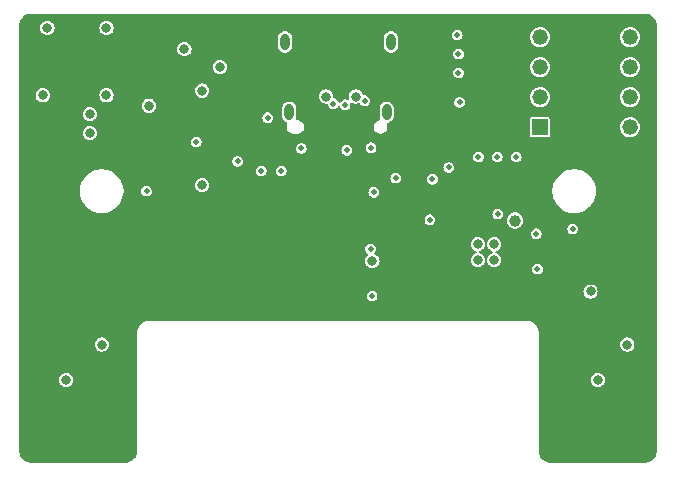
<source format=gbr>
%TF.GenerationSoftware,KiCad,Pcbnew,8.0.0*%
%TF.CreationDate,2024-03-04T20:39:57-05:00*%
%TF.ProjectId,USB C breadboard power supply,55534220-4320-4627-9265-6164626f6172,0.1*%
%TF.SameCoordinates,Original*%
%TF.FileFunction,Copper,L3,Inr*%
%TF.FilePolarity,Positive*%
%FSLAX46Y46*%
G04 Gerber Fmt 4.6, Leading zero omitted, Abs format (unit mm)*
G04 Created by KiCad (PCBNEW 8.0.0) date 2024-03-04 20:39:57*
%MOMM*%
%LPD*%
G01*
G04 APERTURE LIST*
%TA.AperFunction,ComponentPad*%
%ADD10R,1.320800X1.320800*%
%TD*%
%TA.AperFunction,ComponentPad*%
%ADD11C,1.320800*%
%TD*%
%TA.AperFunction,ComponentPad*%
%ADD12O,0.800000X1.400000*%
%TD*%
%TA.AperFunction,ViaPad*%
%ADD13C,0.800000*%
%TD*%
%TA.AperFunction,ViaPad*%
%ADD14C,1.000000*%
%TD*%
%TA.AperFunction,ViaPad*%
%ADD15C,0.500000*%
%TD*%
G04 APERTURE END LIST*
D10*
%TO.N,unconnected-(SW1-Pad1)*%
%TO.C,SW1*%
X144100000Y-109600000D03*
D11*
%TO.N,/VBUS_MAX*%
X144100000Y-107060000D03*
%TO.N,Net-(SW1-2)*%
X144100000Y-104520000D03*
%TO.N,Net-(SW1-3)*%
X144100000Y-101980000D03*
%TO.N,unconnected-(SW1-NC-Pad5)*%
X151720000Y-101980000D03*
%TO.N,/VBUS_MAX*%
X151720000Y-104520000D03*
%TO.N,unconnected-(SW1-5-Pad7)*%
X151720000Y-107060000D03*
%TO.N,Net-(SW1-4)*%
X151720000Y-109600000D03*
%TD*%
D12*
%TO.N,GND*%
%TO.C,USB1*%
X131490000Y-102380000D03*
X131130000Y-108330000D03*
X122870000Y-108330000D03*
X122510000Y-102380000D03*
%TD*%
D13*
%TO.N,Net-(C12-Pad1)*%
X106000000Y-110100000D03*
%TO.N,/VBUS_FET_EN*%
X106000000Y-108500000D03*
%TO.N,/RAIL_1*%
X149000000Y-131000000D03*
%TO.N,/RAIL_2*%
X104000000Y-131000000D03*
%TO.N,/3V3_OUT*%
X107000000Y-136500000D03*
%TO.N,/DC_OUTPUT*%
X107000000Y-128000000D03*
%TO.N,/3V3_OUT*%
X151500000Y-136500000D03*
%TO.N,/DC_OUTPUT*%
X151500000Y-128000000D03*
X111000000Y-107775000D03*
%TO.N,/3V3_OUT*%
X123500000Y-116500000D03*
X116000000Y-117000000D03*
%TO.N,VBUS*%
X115500000Y-114500000D03*
X117000000Y-104500000D03*
X115500000Y-106500000D03*
X114000000Y-103000000D03*
X128500000Y-107000000D03*
X125998958Y-106998958D03*
D14*
X142000000Y-117500000D03*
D13*
%TO.N,Net-(D1-K)*%
X102000000Y-106900000D03*
X107400000Y-106900000D03*
%TO.N,Net-(D1-A)*%
X107400000Y-101200000D03*
X102400000Y-101200000D03*
%TO.N,/3V3_OUT*%
X119000000Y-121000000D03*
%TO.N,/3V3*%
X148387500Y-123506250D03*
X129912500Y-120931250D03*
%TO.N,GND*%
X138837500Y-119506250D03*
D15*
X129762500Y-119906250D03*
X137200000Y-103400000D03*
X140537500Y-116956250D03*
X121050000Y-108800000D03*
X118500000Y-112500000D03*
X137100000Y-101800000D03*
X142087500Y-112106250D03*
X140487500Y-112106250D03*
D13*
X140237500Y-119506250D03*
D15*
X137300000Y-107500000D03*
X120500000Y-113300000D03*
D13*
X140237500Y-120856250D03*
D15*
X110800000Y-115000000D03*
X122200000Y-113300000D03*
D13*
X138837500Y-120856250D03*
D15*
X129800000Y-111331750D03*
X146887500Y-118206250D03*
X123900000Y-111400000D03*
X129887500Y-123881250D03*
X138887500Y-112106250D03*
X130037500Y-115106250D03*
X137200000Y-105000000D03*
X136387500Y-113006250D03*
%TO.N,/CC1*%
X143787500Y-118606250D03*
X127750000Y-111550000D03*
%TO.N,/CC2*%
X143887500Y-121606250D03*
X126600000Y-107600000D03*
%TO.N,Net-(C12-Pad1)*%
X115000000Y-110850000D03*
%TO.N,/VBUS_FET_EN*%
X131887500Y-113906250D03*
%TO.N,/VBUS_MAX*%
X135000000Y-114000000D03*
X134787714Y-117432137D03*
%TO.N,/D+*%
X127600000Y-107700000D03*
X129275000Y-107350000D03*
%TD*%
%TA.AperFunction,Conductor*%
%TO.N,/3V3_OUT*%
G36*
X153001224Y-100000030D02*
G01*
X153027839Y-100000682D01*
X153089724Y-100002198D01*
X153106613Y-100004070D01*
X153163581Y-100015401D01*
X153281428Y-100038842D01*
X153299989Y-100044473D01*
X153463530Y-100112214D01*
X153480643Y-100121361D01*
X153627818Y-100219700D01*
X153642821Y-100232012D01*
X153767987Y-100357178D01*
X153780299Y-100372181D01*
X153878638Y-100519356D01*
X153887786Y-100536471D01*
X153955524Y-100700003D01*
X153961158Y-100718576D01*
X153995929Y-100893386D01*
X153997801Y-100910273D01*
X153999970Y-100998774D01*
X154000000Y-101001200D01*
X154000000Y-136998799D01*
X153999970Y-137001225D01*
X153997801Y-137089726D01*
X153995929Y-137106613D01*
X153961158Y-137281423D01*
X153955524Y-137299996D01*
X153887786Y-137463528D01*
X153878638Y-137480643D01*
X153780299Y-137627818D01*
X153767987Y-137642821D01*
X153642821Y-137767987D01*
X153627818Y-137780299D01*
X153480643Y-137878638D01*
X153463528Y-137887786D01*
X153299996Y-137955524D01*
X153281423Y-137961158D01*
X153106613Y-137995929D01*
X153089726Y-137997801D01*
X153004410Y-137999891D01*
X153001223Y-137999970D01*
X152998800Y-138000000D01*
X145001200Y-138000000D01*
X144998776Y-137999970D01*
X144995505Y-137999889D01*
X144910273Y-137997801D01*
X144893386Y-137995929D01*
X144718576Y-137961158D01*
X144700003Y-137955524D01*
X144536471Y-137887786D01*
X144519356Y-137878638D01*
X144372181Y-137780299D01*
X144357178Y-137767987D01*
X144232012Y-137642821D01*
X144219700Y-137627818D01*
X144121361Y-137480643D01*
X144112213Y-137463528D01*
X144044473Y-137299989D01*
X144038842Y-137281428D01*
X144004070Y-137106613D01*
X144002198Y-137089724D01*
X144000030Y-137001223D01*
X144000000Y-136998799D01*
X144000000Y-131000000D01*
X148394318Y-131000000D01*
X148414955Y-131156758D01*
X148414957Y-131156766D01*
X148475462Y-131302838D01*
X148475462Y-131302839D01*
X148475464Y-131302841D01*
X148571718Y-131428282D01*
X148697159Y-131524536D01*
X148843238Y-131585044D01*
X148960809Y-131600522D01*
X148999999Y-131605682D01*
X149000000Y-131605682D01*
X149000001Y-131605682D01*
X149031352Y-131601554D01*
X149156762Y-131585044D01*
X149302841Y-131524536D01*
X149428282Y-131428282D01*
X149524536Y-131302841D01*
X149585044Y-131156762D01*
X149605682Y-131000000D01*
X149585044Y-130843238D01*
X149524537Y-130697161D01*
X149524537Y-130697160D01*
X149428286Y-130571723D01*
X149428285Y-130571722D01*
X149428282Y-130571718D01*
X149428277Y-130571714D01*
X149428276Y-130571713D01*
X149302838Y-130475462D01*
X149156766Y-130414957D01*
X149156758Y-130414955D01*
X149000001Y-130394318D01*
X148999999Y-130394318D01*
X148843241Y-130414955D01*
X148843233Y-130414957D01*
X148697161Y-130475462D01*
X148697160Y-130475462D01*
X148571723Y-130571713D01*
X148571713Y-130571723D01*
X148475462Y-130697160D01*
X148475462Y-130697161D01*
X148414957Y-130843233D01*
X148414955Y-130843241D01*
X148394318Y-130999999D01*
X148394318Y-131000000D01*
X144000000Y-131000000D01*
X144000000Y-128000000D01*
X150894318Y-128000000D01*
X150914955Y-128156758D01*
X150914957Y-128156766D01*
X150975462Y-128302838D01*
X150975462Y-128302839D01*
X150975464Y-128302841D01*
X151071718Y-128428282D01*
X151197159Y-128524536D01*
X151343238Y-128585044D01*
X151460809Y-128600522D01*
X151499999Y-128605682D01*
X151500000Y-128605682D01*
X151500001Y-128605682D01*
X151531352Y-128601554D01*
X151656762Y-128585044D01*
X151802841Y-128524536D01*
X151928282Y-128428282D01*
X152024536Y-128302841D01*
X152085044Y-128156762D01*
X152105682Y-128000000D01*
X152085044Y-127843238D01*
X152024537Y-127697161D01*
X152024537Y-127697160D01*
X151928286Y-127571723D01*
X151928285Y-127571722D01*
X151928282Y-127571718D01*
X151928277Y-127571714D01*
X151928276Y-127571713D01*
X151802838Y-127475462D01*
X151656766Y-127414957D01*
X151656758Y-127414955D01*
X151500001Y-127394318D01*
X151499999Y-127394318D01*
X151343241Y-127414955D01*
X151343233Y-127414957D01*
X151197161Y-127475462D01*
X151197160Y-127475462D01*
X151071723Y-127571713D01*
X151071713Y-127571723D01*
X150975462Y-127697160D01*
X150975462Y-127697161D01*
X150914957Y-127843233D01*
X150914955Y-127843241D01*
X150894318Y-127999999D01*
X150894318Y-128000000D01*
X144000000Y-128000000D01*
X144000000Y-126999988D01*
X143997593Y-126901748D01*
X143959256Y-126709014D01*
X143884055Y-126527464D01*
X143884048Y-126527450D01*
X143774886Y-126364078D01*
X143774883Y-126364075D01*
X143774881Y-126364072D01*
X143635928Y-126225119D01*
X143635924Y-126225116D01*
X143635921Y-126225113D01*
X143472549Y-126115951D01*
X143472535Y-126115944D01*
X143290985Y-126040743D01*
X143098249Y-126002406D01*
X143098253Y-126002406D01*
X143000012Y-126000000D01*
X143000000Y-126000000D01*
X111000000Y-126000000D01*
X110999988Y-126000000D01*
X110901748Y-126002406D01*
X110709014Y-126040743D01*
X110527464Y-126115944D01*
X110527450Y-126115951D01*
X110364078Y-126225113D01*
X110225113Y-126364078D01*
X110115951Y-126527450D01*
X110115944Y-126527464D01*
X110040743Y-126709014D01*
X110002406Y-126901748D01*
X110000000Y-126999988D01*
X110000000Y-136998799D01*
X109999970Y-137001225D01*
X109997801Y-137089726D01*
X109995929Y-137106613D01*
X109961158Y-137281423D01*
X109955524Y-137299996D01*
X109887786Y-137463528D01*
X109878638Y-137480643D01*
X109780299Y-137627818D01*
X109767987Y-137642821D01*
X109642821Y-137767987D01*
X109627818Y-137780299D01*
X109480643Y-137878638D01*
X109463528Y-137887786D01*
X109299996Y-137955524D01*
X109281423Y-137961158D01*
X109106613Y-137995929D01*
X109089726Y-137997801D01*
X109004410Y-137999891D01*
X109001223Y-137999970D01*
X108998800Y-138000000D01*
X101001200Y-138000000D01*
X100998776Y-137999970D01*
X100995505Y-137999889D01*
X100910273Y-137997801D01*
X100893386Y-137995929D01*
X100718576Y-137961158D01*
X100700003Y-137955524D01*
X100536471Y-137887786D01*
X100519356Y-137878638D01*
X100372181Y-137780299D01*
X100357178Y-137767987D01*
X100232012Y-137642821D01*
X100219700Y-137627818D01*
X100121361Y-137480643D01*
X100112213Y-137463528D01*
X100044473Y-137299989D01*
X100038842Y-137281428D01*
X100004070Y-137106613D01*
X100002198Y-137089724D01*
X100000030Y-137001223D01*
X100000000Y-136998799D01*
X100000000Y-131000000D01*
X103394318Y-131000000D01*
X103414955Y-131156758D01*
X103414957Y-131156766D01*
X103475462Y-131302838D01*
X103475462Y-131302839D01*
X103475464Y-131302841D01*
X103571718Y-131428282D01*
X103697159Y-131524536D01*
X103843238Y-131585044D01*
X103960809Y-131600522D01*
X103999999Y-131605682D01*
X104000000Y-131605682D01*
X104000001Y-131605682D01*
X104031352Y-131601554D01*
X104156762Y-131585044D01*
X104302841Y-131524536D01*
X104428282Y-131428282D01*
X104524536Y-131302841D01*
X104585044Y-131156762D01*
X104605682Y-131000000D01*
X104585044Y-130843238D01*
X104524537Y-130697161D01*
X104524537Y-130697160D01*
X104428286Y-130571723D01*
X104428285Y-130571722D01*
X104428282Y-130571718D01*
X104428277Y-130571714D01*
X104428276Y-130571713D01*
X104302838Y-130475462D01*
X104156766Y-130414957D01*
X104156758Y-130414955D01*
X104000001Y-130394318D01*
X103999999Y-130394318D01*
X103843241Y-130414955D01*
X103843233Y-130414957D01*
X103697161Y-130475462D01*
X103697160Y-130475462D01*
X103571723Y-130571713D01*
X103571713Y-130571723D01*
X103475462Y-130697160D01*
X103475462Y-130697161D01*
X103414957Y-130843233D01*
X103414955Y-130843241D01*
X103394318Y-130999999D01*
X103394318Y-131000000D01*
X100000000Y-131000000D01*
X100000000Y-128000000D01*
X106394318Y-128000000D01*
X106414955Y-128156758D01*
X106414957Y-128156766D01*
X106475462Y-128302838D01*
X106475462Y-128302839D01*
X106475464Y-128302841D01*
X106571718Y-128428282D01*
X106697159Y-128524536D01*
X106843238Y-128585044D01*
X106960809Y-128600522D01*
X106999999Y-128605682D01*
X107000000Y-128605682D01*
X107000001Y-128605682D01*
X107031352Y-128601554D01*
X107156762Y-128585044D01*
X107302841Y-128524536D01*
X107428282Y-128428282D01*
X107524536Y-128302841D01*
X107585044Y-128156762D01*
X107605682Y-128000000D01*
X107585044Y-127843238D01*
X107524537Y-127697161D01*
X107524537Y-127697160D01*
X107428286Y-127571723D01*
X107428285Y-127571722D01*
X107428282Y-127571718D01*
X107428277Y-127571714D01*
X107428276Y-127571713D01*
X107302838Y-127475462D01*
X107156766Y-127414957D01*
X107156758Y-127414955D01*
X107000001Y-127394318D01*
X106999999Y-127394318D01*
X106843241Y-127414955D01*
X106843233Y-127414957D01*
X106697161Y-127475462D01*
X106697160Y-127475462D01*
X106571723Y-127571713D01*
X106571713Y-127571723D01*
X106475462Y-127697160D01*
X106475462Y-127697161D01*
X106414957Y-127843233D01*
X106414955Y-127843241D01*
X106394318Y-127999999D01*
X106394318Y-128000000D01*
X100000000Y-128000000D01*
X100000000Y-123881252D01*
X129432367Y-123881252D01*
X129450802Y-124009475D01*
X129488168Y-124091294D01*
X129504618Y-124127313D01*
X129589451Y-124225217D01*
X129589452Y-124225218D01*
X129698426Y-124295251D01*
X129698431Y-124295254D01*
X129822728Y-124331750D01*
X129822730Y-124331750D01*
X129952270Y-124331750D01*
X129952272Y-124331750D01*
X130076569Y-124295254D01*
X130185549Y-124225217D01*
X130270382Y-124127313D01*
X130324197Y-124009476D01*
X130342633Y-123881250D01*
X130324197Y-123753024D01*
X130270382Y-123635187D01*
X130185549Y-123537283D01*
X130185548Y-123537282D01*
X130185547Y-123537281D01*
X130137262Y-123506250D01*
X147781818Y-123506250D01*
X147802455Y-123663008D01*
X147802457Y-123663016D01*
X147862962Y-123809088D01*
X147862962Y-123809089D01*
X147862964Y-123809091D01*
X147959218Y-123934532D01*
X148084659Y-124030786D01*
X148230738Y-124091294D01*
X148348309Y-124106772D01*
X148387499Y-124111932D01*
X148387500Y-124111932D01*
X148387501Y-124111932D01*
X148418852Y-124107804D01*
X148544262Y-124091294D01*
X148690341Y-124030786D01*
X148815782Y-123934532D01*
X148912036Y-123809091D01*
X148972544Y-123663012D01*
X148993182Y-123506250D01*
X148972544Y-123349488D01*
X148912037Y-123203411D01*
X148912037Y-123203410D01*
X148815786Y-123077973D01*
X148815785Y-123077972D01*
X148815782Y-123077968D01*
X148815777Y-123077964D01*
X148815776Y-123077963D01*
X148690338Y-122981712D01*
X148544266Y-122921207D01*
X148544258Y-122921205D01*
X148387501Y-122900568D01*
X148387499Y-122900568D01*
X148230741Y-122921205D01*
X148230733Y-122921207D01*
X148084661Y-122981712D01*
X148084660Y-122981712D01*
X147959223Y-123077963D01*
X147959213Y-123077973D01*
X147862962Y-123203410D01*
X147862962Y-123203411D01*
X147802457Y-123349483D01*
X147802455Y-123349491D01*
X147781818Y-123506249D01*
X147781818Y-123506250D01*
X130137262Y-123506250D01*
X130076573Y-123467248D01*
X130076570Y-123467246D01*
X130076569Y-123467246D01*
X130076566Y-123467245D01*
X129952274Y-123430750D01*
X129952272Y-123430750D01*
X129822728Y-123430750D01*
X129822725Y-123430750D01*
X129698433Y-123467245D01*
X129698426Y-123467248D01*
X129589452Y-123537281D01*
X129504617Y-123635188D01*
X129450802Y-123753024D01*
X129432367Y-123881247D01*
X129432367Y-123881252D01*
X100000000Y-123881252D01*
X100000000Y-121606252D01*
X143432367Y-121606252D01*
X143450802Y-121734475D01*
X143504617Y-121852311D01*
X143504618Y-121852313D01*
X143589451Y-121950217D01*
X143589452Y-121950218D01*
X143698426Y-122020251D01*
X143698431Y-122020254D01*
X143822728Y-122056750D01*
X143822730Y-122056750D01*
X143952270Y-122056750D01*
X143952272Y-122056750D01*
X144076569Y-122020254D01*
X144185549Y-121950217D01*
X144270382Y-121852313D01*
X144324197Y-121734476D01*
X144342633Y-121606250D01*
X144324197Y-121478024D01*
X144270382Y-121360187D01*
X144185549Y-121262283D01*
X144185548Y-121262282D01*
X144185547Y-121262281D01*
X144076573Y-121192248D01*
X144076570Y-121192246D01*
X144076569Y-121192246D01*
X144076566Y-121192245D01*
X143952274Y-121155750D01*
X143952272Y-121155750D01*
X143822728Y-121155750D01*
X143822725Y-121155750D01*
X143698433Y-121192245D01*
X143698426Y-121192248D01*
X143589452Y-121262281D01*
X143504617Y-121360188D01*
X143450802Y-121478024D01*
X143432367Y-121606247D01*
X143432367Y-121606252D01*
X100000000Y-121606252D01*
X100000000Y-120931250D01*
X129306818Y-120931250D01*
X129327455Y-121088008D01*
X129327457Y-121088016D01*
X129387962Y-121234088D01*
X129387962Y-121234089D01*
X129484213Y-121359526D01*
X129484218Y-121359532D01*
X129484222Y-121359535D01*
X129484223Y-121359536D01*
X129485073Y-121360188D01*
X129609659Y-121455786D01*
X129609660Y-121455786D01*
X129609661Y-121455787D01*
X129663346Y-121478024D01*
X129755738Y-121516294D01*
X129873309Y-121531772D01*
X129912499Y-121536932D01*
X129912500Y-121536932D01*
X129912501Y-121536932D01*
X129943852Y-121532804D01*
X130069262Y-121516294D01*
X130215341Y-121455786D01*
X130340782Y-121359532D01*
X130437036Y-121234091D01*
X130497544Y-121088012D01*
X130518182Y-120931250D01*
X130508308Y-120856250D01*
X138231818Y-120856250D01*
X138252455Y-121013008D01*
X138252457Y-121013016D01*
X138312962Y-121159088D01*
X138312962Y-121159089D01*
X138409213Y-121284526D01*
X138409218Y-121284532D01*
X138534659Y-121380786D01*
X138680738Y-121441294D01*
X138790816Y-121455786D01*
X138837499Y-121461932D01*
X138837500Y-121461932D01*
X138837501Y-121461932D01*
X138884176Y-121455787D01*
X138994262Y-121441294D01*
X139140341Y-121380786D01*
X139265782Y-121284532D01*
X139362036Y-121159091D01*
X139422544Y-121013012D01*
X139439347Y-120885380D01*
X139450683Y-120861612D01*
X139450497Y-120861436D01*
X139447069Y-120850886D01*
X139624316Y-120850886D01*
X139624503Y-120851063D01*
X139635653Y-120885380D01*
X139652455Y-121013008D01*
X139652457Y-121013016D01*
X139712962Y-121159088D01*
X139712962Y-121159089D01*
X139809213Y-121284526D01*
X139809218Y-121284532D01*
X139934659Y-121380786D01*
X140080738Y-121441294D01*
X140190816Y-121455786D01*
X140237499Y-121461932D01*
X140237500Y-121461932D01*
X140237501Y-121461932D01*
X140284176Y-121455787D01*
X140394262Y-121441294D01*
X140540341Y-121380786D01*
X140665782Y-121284532D01*
X140762036Y-121159091D01*
X140822544Y-121013012D01*
X140843182Y-120856250D01*
X140822544Y-120699488D01*
X140793103Y-120628411D01*
X140762037Y-120553411D01*
X140762037Y-120553410D01*
X140665786Y-120427973D01*
X140665785Y-120427972D01*
X140665782Y-120427968D01*
X140665777Y-120427964D01*
X140665776Y-120427963D01*
X140591194Y-120370735D01*
X140540341Y-120331714D01*
X140540340Y-120331713D01*
X140540338Y-120331712D01*
X140397903Y-120272714D01*
X140351377Y-120232978D01*
X140337093Y-120173483D01*
X140360508Y-120116955D01*
X140397903Y-120089786D01*
X140453204Y-120066879D01*
X140540341Y-120030786D01*
X140665782Y-119934532D01*
X140762036Y-119809091D01*
X140822544Y-119663012D01*
X140843182Y-119506250D01*
X140822544Y-119349488D01*
X140762037Y-119203411D01*
X140762037Y-119203410D01*
X140665786Y-119077973D01*
X140665785Y-119077972D01*
X140665782Y-119077968D01*
X140665777Y-119077964D01*
X140665776Y-119077963D01*
X140540338Y-118981712D01*
X140394266Y-118921207D01*
X140394258Y-118921205D01*
X140237501Y-118900568D01*
X140237499Y-118900568D01*
X140080741Y-118921205D01*
X140080733Y-118921207D01*
X139934661Y-118981712D01*
X139934660Y-118981712D01*
X139809223Y-119077963D01*
X139809213Y-119077973D01*
X139712962Y-119203410D01*
X139712962Y-119203411D01*
X139652457Y-119349483D01*
X139652455Y-119349491D01*
X139635653Y-119477119D01*
X139624316Y-119500886D01*
X139624503Y-119501063D01*
X139635653Y-119535380D01*
X139652455Y-119663008D01*
X139652457Y-119663016D01*
X139712962Y-119809088D01*
X139712962Y-119809089D01*
X139787518Y-119906252D01*
X139809218Y-119934532D01*
X139934659Y-120030786D01*
X140038493Y-120073795D01*
X140077097Y-120089786D01*
X140123622Y-120129523D01*
X140137906Y-120189017D01*
X140114491Y-120245545D01*
X140077097Y-120272714D01*
X139934660Y-120331713D01*
X139809223Y-120427963D01*
X139809213Y-120427973D01*
X139712962Y-120553410D01*
X139712962Y-120553411D01*
X139652457Y-120699483D01*
X139652455Y-120699491D01*
X139635653Y-120827119D01*
X139624316Y-120850886D01*
X139447069Y-120850886D01*
X139439347Y-120827119D01*
X139422544Y-120699491D01*
X139422544Y-120699488D01*
X139393103Y-120628411D01*
X139362037Y-120553411D01*
X139362037Y-120553410D01*
X139265786Y-120427973D01*
X139265785Y-120427972D01*
X139265782Y-120427968D01*
X139265777Y-120427964D01*
X139265776Y-120427963D01*
X139191194Y-120370735D01*
X139140341Y-120331714D01*
X139140340Y-120331713D01*
X139140338Y-120331712D01*
X138997903Y-120272714D01*
X138951377Y-120232978D01*
X138937093Y-120173483D01*
X138960508Y-120116955D01*
X138997903Y-120089786D01*
X139053204Y-120066879D01*
X139140341Y-120030786D01*
X139265782Y-119934532D01*
X139362036Y-119809091D01*
X139422544Y-119663012D01*
X139439347Y-119535380D01*
X139450683Y-119511612D01*
X139450497Y-119511436D01*
X139439347Y-119477119D01*
X139422544Y-119349491D01*
X139422544Y-119349488D01*
X139362037Y-119203411D01*
X139362037Y-119203410D01*
X139265786Y-119077973D01*
X139265785Y-119077972D01*
X139265782Y-119077968D01*
X139265777Y-119077964D01*
X139265776Y-119077963D01*
X139140338Y-118981712D01*
X138994266Y-118921207D01*
X138994258Y-118921205D01*
X138837501Y-118900568D01*
X138837499Y-118900568D01*
X138680741Y-118921205D01*
X138680733Y-118921207D01*
X138534661Y-118981712D01*
X138534660Y-118981712D01*
X138409223Y-119077963D01*
X138409213Y-119077973D01*
X138312962Y-119203410D01*
X138312962Y-119203411D01*
X138252457Y-119349483D01*
X138252455Y-119349491D01*
X138231818Y-119506249D01*
X138231818Y-119506250D01*
X138252455Y-119663008D01*
X138252457Y-119663016D01*
X138312962Y-119809088D01*
X138312962Y-119809089D01*
X138387518Y-119906252D01*
X138409218Y-119934532D01*
X138534659Y-120030786D01*
X138638493Y-120073795D01*
X138677097Y-120089786D01*
X138723622Y-120129523D01*
X138737906Y-120189017D01*
X138714491Y-120245545D01*
X138677097Y-120272714D01*
X138534660Y-120331713D01*
X138409223Y-120427963D01*
X138409213Y-120427973D01*
X138312962Y-120553410D01*
X138312962Y-120553411D01*
X138252457Y-120699483D01*
X138252455Y-120699491D01*
X138231818Y-120856249D01*
X138231818Y-120856250D01*
X130508308Y-120856250D01*
X130497544Y-120774488D01*
X130437037Y-120628411D01*
X130437037Y-120628410D01*
X130340786Y-120502973D01*
X130340785Y-120502972D01*
X130340782Y-120502968D01*
X130340777Y-120502964D01*
X130340776Y-120502963D01*
X130287397Y-120462004D01*
X130215341Y-120406714D01*
X130215339Y-120406713D01*
X130128482Y-120370735D01*
X130081956Y-120330998D01*
X130067673Y-120271503D01*
X130091088Y-120214975D01*
X130091549Y-120214440D01*
X130127038Y-120173483D01*
X130145382Y-120152313D01*
X130199197Y-120034476D01*
X130217633Y-119906250D01*
X130203663Y-119809089D01*
X130199197Y-119778024D01*
X130145382Y-119660188D01*
X130145382Y-119660187D01*
X130060549Y-119562283D01*
X130060548Y-119562282D01*
X130060547Y-119562281D01*
X129951573Y-119492248D01*
X129951570Y-119492246D01*
X129951569Y-119492246D01*
X129951566Y-119492245D01*
X129827274Y-119455750D01*
X129827272Y-119455750D01*
X129697728Y-119455750D01*
X129697725Y-119455750D01*
X129573433Y-119492245D01*
X129573426Y-119492248D01*
X129464452Y-119562281D01*
X129379617Y-119660188D01*
X129325802Y-119778024D01*
X129307367Y-119906247D01*
X129307367Y-119906252D01*
X129325802Y-120034475D01*
X129351751Y-120091294D01*
X129379618Y-120152313D01*
X129397962Y-120173483D01*
X129464452Y-120250218D01*
X129536024Y-120296214D01*
X129574755Y-120343580D01*
X129578249Y-120404665D01*
X129545170Y-120456138D01*
X129542769Y-120458040D01*
X129484220Y-120502966D01*
X129484213Y-120502973D01*
X129387962Y-120628410D01*
X129387962Y-120628411D01*
X129327457Y-120774483D01*
X129327455Y-120774491D01*
X129306818Y-120931249D01*
X129306818Y-120931250D01*
X100000000Y-120931250D01*
X100000000Y-118606252D01*
X143332367Y-118606252D01*
X143350802Y-118734475D01*
X143404617Y-118852311D01*
X143404618Y-118852313D01*
X143464314Y-118921207D01*
X143489452Y-118950218D01*
X143538458Y-118981712D01*
X143598431Y-119020254D01*
X143722728Y-119056750D01*
X143722730Y-119056750D01*
X143852270Y-119056750D01*
X143852272Y-119056750D01*
X143976569Y-119020254D01*
X144085549Y-118950217D01*
X144170382Y-118852313D01*
X144224197Y-118734476D01*
X144235372Y-118656750D01*
X144242633Y-118606252D01*
X144242633Y-118606247D01*
X144224197Y-118478024D01*
X144170382Y-118360188D01*
X144170382Y-118360187D01*
X144085549Y-118262283D01*
X144085548Y-118262282D01*
X144085547Y-118262281D01*
X143998364Y-118206252D01*
X146432367Y-118206252D01*
X146450802Y-118334475D01*
X146462545Y-118360187D01*
X146504618Y-118452313D01*
X146589451Y-118550217D01*
X146589452Y-118550218D01*
X146676640Y-118606250D01*
X146698431Y-118620254D01*
X146822728Y-118656750D01*
X146822730Y-118656750D01*
X146952270Y-118656750D01*
X146952272Y-118656750D01*
X147076569Y-118620254D01*
X147185549Y-118550217D01*
X147270382Y-118452313D01*
X147324197Y-118334476D01*
X147342633Y-118206250D01*
X147341806Y-118200500D01*
X147324197Y-118078024D01*
X147273918Y-117967930D01*
X147270382Y-117960187D01*
X147185549Y-117862283D01*
X147185548Y-117862282D01*
X147185547Y-117862281D01*
X147076573Y-117792248D01*
X147076570Y-117792246D01*
X147076569Y-117792246D01*
X147076566Y-117792245D01*
X146952274Y-117755750D01*
X146952272Y-117755750D01*
X146822728Y-117755750D01*
X146822725Y-117755750D01*
X146698433Y-117792245D01*
X146698426Y-117792248D01*
X146589452Y-117862281D01*
X146504617Y-117960188D01*
X146450802Y-118078024D01*
X146432367Y-118206247D01*
X146432367Y-118206252D01*
X143998364Y-118206252D01*
X143976573Y-118192248D01*
X143976570Y-118192246D01*
X143976569Y-118192246D01*
X143976566Y-118192245D01*
X143852274Y-118155750D01*
X143852272Y-118155750D01*
X143722728Y-118155750D01*
X143722725Y-118155750D01*
X143598433Y-118192245D01*
X143598426Y-118192248D01*
X143489452Y-118262281D01*
X143404617Y-118360188D01*
X143350802Y-118478024D01*
X143332367Y-118606247D01*
X143332367Y-118606252D01*
X100000000Y-118606252D01*
X100000000Y-117432139D01*
X134332581Y-117432139D01*
X134351016Y-117560362D01*
X134400571Y-117668870D01*
X134404832Y-117678200D01*
X134489665Y-117776104D01*
X134489666Y-117776105D01*
X134570306Y-117827929D01*
X134598645Y-117846141D01*
X134722942Y-117882637D01*
X134722944Y-117882637D01*
X134852484Y-117882637D01*
X134852486Y-117882637D01*
X134976783Y-117846141D01*
X135085763Y-117776104D01*
X135170596Y-117678200D01*
X135224411Y-117560363D01*
X135233090Y-117500000D01*
X141294355Y-117500000D01*
X141314860Y-117668872D01*
X141375182Y-117827930D01*
X141471817Y-117967929D01*
X141599148Y-118080734D01*
X141749775Y-118159790D01*
X141914944Y-118200500D01*
X141914947Y-118200500D01*
X142085053Y-118200500D01*
X142085056Y-118200500D01*
X142250225Y-118159790D01*
X142400852Y-118080734D01*
X142528183Y-117967929D01*
X142624818Y-117827930D01*
X142685140Y-117668872D01*
X142705645Y-117500000D01*
X142685140Y-117331128D01*
X142624818Y-117172070D01*
X142528183Y-117032071D01*
X142512452Y-117018135D01*
X142400853Y-116919267D01*
X142400852Y-116919266D01*
X142250225Y-116840210D01*
X142250224Y-116840209D01*
X142250223Y-116840209D01*
X142085058Y-116799500D01*
X142085056Y-116799500D01*
X141914944Y-116799500D01*
X141914941Y-116799500D01*
X141749776Y-116840209D01*
X141599146Y-116919267D01*
X141471818Y-117032069D01*
X141471817Y-117032071D01*
X141375182Y-117172070D01*
X141326583Y-117300218D01*
X141314860Y-117331129D01*
X141302596Y-117432134D01*
X141294355Y-117500000D01*
X135233090Y-117500000D01*
X135242847Y-117432137D01*
X135224411Y-117303911D01*
X135170596Y-117186074D01*
X135085763Y-117088170D01*
X135085762Y-117088169D01*
X135085761Y-117088168D01*
X134976787Y-117018135D01*
X134976784Y-117018133D01*
X134976783Y-117018133D01*
X134976780Y-117018132D01*
X134852488Y-116981637D01*
X134852486Y-116981637D01*
X134722942Y-116981637D01*
X134722939Y-116981637D01*
X134598647Y-117018132D01*
X134598640Y-117018135D01*
X134489666Y-117088168D01*
X134404831Y-117186075D01*
X134351016Y-117303911D01*
X134332581Y-117432134D01*
X134332581Y-117432139D01*
X100000000Y-117432139D01*
X100000000Y-116956252D01*
X140082367Y-116956252D01*
X140100802Y-117084475D01*
X140140806Y-117172070D01*
X140154618Y-117202313D01*
X140239451Y-117300217D01*
X140239452Y-117300218D01*
X140287551Y-117331129D01*
X140348431Y-117370254D01*
X140472728Y-117406750D01*
X140472730Y-117406750D01*
X140602270Y-117406750D01*
X140602272Y-117406750D01*
X140726569Y-117370254D01*
X140835549Y-117300217D01*
X140920382Y-117202313D01*
X140974197Y-117084476D01*
X140992633Y-116956250D01*
X140974197Y-116828024D01*
X140920382Y-116710187D01*
X140835549Y-116612283D01*
X140835548Y-116612282D01*
X140835547Y-116612281D01*
X140726573Y-116542248D01*
X140726570Y-116542246D01*
X140726569Y-116542246D01*
X140726566Y-116542245D01*
X140602274Y-116505750D01*
X140602272Y-116505750D01*
X140472728Y-116505750D01*
X140472725Y-116505750D01*
X140348433Y-116542245D01*
X140348426Y-116542248D01*
X140239452Y-116612281D01*
X140154617Y-116710188D01*
X140100802Y-116828024D01*
X140082367Y-116956247D01*
X140082367Y-116956252D01*
X100000000Y-116956252D01*
X100000000Y-115121288D01*
X105149500Y-115121288D01*
X105179914Y-115352313D01*
X105181161Y-115361781D01*
X105181161Y-115361786D01*
X105243944Y-115596092D01*
X105243948Y-115596105D01*
X105336772Y-115820204D01*
X105336774Y-115820208D01*
X105336776Y-115820212D01*
X105458064Y-116030289D01*
X105458066Y-116030292D01*
X105605729Y-116222731D01*
X105605731Y-116222733D01*
X105605735Y-116222738D01*
X105777262Y-116394265D01*
X105777266Y-116394268D01*
X105777268Y-116394270D01*
X105922552Y-116505750D01*
X105969711Y-116541936D01*
X106179788Y-116663224D01*
X106403900Y-116756054D01*
X106638211Y-116818838D01*
X106878712Y-116850500D01*
X106878713Y-116850500D01*
X107121287Y-116850500D01*
X107121288Y-116850500D01*
X107361789Y-116818838D01*
X107596100Y-116756054D01*
X107820212Y-116663224D01*
X108030289Y-116541936D01*
X108222738Y-116394265D01*
X108394265Y-116222738D01*
X108541936Y-116030289D01*
X108663224Y-115820212D01*
X108756054Y-115596100D01*
X108818838Y-115361789D01*
X108850500Y-115121288D01*
X108850500Y-115000002D01*
X110344867Y-115000002D01*
X110363302Y-115128225D01*
X110411826Y-115234475D01*
X110417118Y-115246063D01*
X110501951Y-115343967D01*
X110501952Y-115343968D01*
X110610926Y-115414001D01*
X110610931Y-115414004D01*
X110735228Y-115450500D01*
X110735230Y-115450500D01*
X110864770Y-115450500D01*
X110864772Y-115450500D01*
X110989069Y-115414004D01*
X111098049Y-115343967D01*
X111182882Y-115246063D01*
X111236697Y-115128226D01*
X111239856Y-115106252D01*
X129582367Y-115106252D01*
X129600802Y-115234475D01*
X129650806Y-115343967D01*
X129654618Y-115352313D01*
X129708070Y-115414001D01*
X129739452Y-115450218D01*
X129739891Y-115450500D01*
X129848431Y-115520254D01*
X129972728Y-115556750D01*
X129972730Y-115556750D01*
X130102270Y-115556750D01*
X130102272Y-115556750D01*
X130226569Y-115520254D01*
X130335549Y-115450217D01*
X130420382Y-115352313D01*
X130474197Y-115234476D01*
X130480342Y-115191734D01*
X130490471Y-115121288D01*
X145149500Y-115121288D01*
X145179914Y-115352313D01*
X145181161Y-115361781D01*
X145181161Y-115361786D01*
X145243944Y-115596092D01*
X145243948Y-115596105D01*
X145336772Y-115820204D01*
X145336774Y-115820208D01*
X145336776Y-115820212D01*
X145458064Y-116030289D01*
X145458066Y-116030292D01*
X145605729Y-116222731D01*
X145605731Y-116222733D01*
X145605735Y-116222738D01*
X145777262Y-116394265D01*
X145777266Y-116394268D01*
X145777268Y-116394270D01*
X145922552Y-116505750D01*
X145969711Y-116541936D01*
X146179788Y-116663224D01*
X146403900Y-116756054D01*
X146638211Y-116818838D01*
X146878712Y-116850500D01*
X146878713Y-116850500D01*
X147121287Y-116850500D01*
X147121288Y-116850500D01*
X147361789Y-116818838D01*
X147596100Y-116756054D01*
X147820212Y-116663224D01*
X148030289Y-116541936D01*
X148222738Y-116394265D01*
X148394265Y-116222738D01*
X148541936Y-116030289D01*
X148663224Y-115820212D01*
X148756054Y-115596100D01*
X148818838Y-115361789D01*
X148850500Y-115121288D01*
X148850500Y-114878712D01*
X148818838Y-114638211D01*
X148756054Y-114403900D01*
X148663224Y-114179788D01*
X148541936Y-113969711D01*
X148493241Y-113906250D01*
X148394270Y-113777268D01*
X148394268Y-113777266D01*
X148394265Y-113777262D01*
X148222738Y-113605735D01*
X148222733Y-113605731D01*
X148222731Y-113605729D01*
X148030292Y-113458066D01*
X148026281Y-113455750D01*
X147820212Y-113336776D01*
X147820208Y-113336774D01*
X147820204Y-113336772D01*
X147596105Y-113243948D01*
X147596104Y-113243947D01*
X147596100Y-113243946D01*
X147361789Y-113181162D01*
X147361786Y-113181161D01*
X147361784Y-113181161D01*
X147121289Y-113149500D01*
X147121288Y-113149500D01*
X146878712Y-113149500D01*
X146878710Y-113149500D01*
X146638218Y-113181161D01*
X146638213Y-113181161D01*
X146403907Y-113243944D01*
X146403894Y-113243948D01*
X146179795Y-113336772D01*
X145969707Y-113458066D01*
X145777268Y-113605729D01*
X145605729Y-113777268D01*
X145458066Y-113969707D01*
X145336772Y-114179795D01*
X145243948Y-114403894D01*
X145243944Y-114403907D01*
X145181161Y-114638213D01*
X145181161Y-114638218D01*
X145151939Y-114860188D01*
X145149500Y-114878712D01*
X145149500Y-115121288D01*
X130490471Y-115121288D01*
X130492633Y-115106252D01*
X130492633Y-115106247D01*
X130474197Y-114978024D01*
X130451480Y-114928282D01*
X130420382Y-114860187D01*
X130335549Y-114762283D01*
X130335548Y-114762282D01*
X130335547Y-114762281D01*
X130226573Y-114692248D01*
X130226570Y-114692246D01*
X130226569Y-114692246D01*
X130226566Y-114692245D01*
X130102274Y-114655750D01*
X130102272Y-114655750D01*
X129972728Y-114655750D01*
X129972725Y-114655750D01*
X129848433Y-114692245D01*
X129848426Y-114692248D01*
X129739452Y-114762281D01*
X129654617Y-114860188D01*
X129600802Y-114978024D01*
X129582367Y-115106247D01*
X129582367Y-115106252D01*
X111239856Y-115106252D01*
X111255133Y-115000000D01*
X111251973Y-114978024D01*
X111236697Y-114871774D01*
X111205215Y-114802839D01*
X111182882Y-114753937D01*
X111098049Y-114656033D01*
X111098048Y-114656032D01*
X111098047Y-114656031D01*
X110989073Y-114585998D01*
X110989070Y-114585996D01*
X110989069Y-114585996D01*
X110989066Y-114585995D01*
X110864774Y-114549500D01*
X110864772Y-114549500D01*
X110735228Y-114549500D01*
X110735225Y-114549500D01*
X110610933Y-114585995D01*
X110610926Y-114585998D01*
X110501952Y-114656031D01*
X110417117Y-114753938D01*
X110363302Y-114871774D01*
X110344867Y-114999997D01*
X110344867Y-115000002D01*
X108850500Y-115000002D01*
X108850500Y-114878712D01*
X108818838Y-114638211D01*
X108781804Y-114500000D01*
X114894318Y-114500000D01*
X114914955Y-114656758D01*
X114914957Y-114656766D01*
X114975462Y-114802838D01*
X114975462Y-114802839D01*
X115033682Y-114878713D01*
X115071718Y-114928282D01*
X115197159Y-115024536D01*
X115343238Y-115085044D01*
X115460809Y-115100522D01*
X115499999Y-115105682D01*
X115500000Y-115105682D01*
X115500001Y-115105682D01*
X115531352Y-115101554D01*
X115656762Y-115085044D01*
X115802841Y-115024536D01*
X115928282Y-114928282D01*
X116024536Y-114802841D01*
X116085044Y-114656762D01*
X116105682Y-114500000D01*
X116085044Y-114343238D01*
X116075524Y-114320254D01*
X116024537Y-114197161D01*
X116024537Y-114197160D01*
X115928286Y-114071723D01*
X115928285Y-114071722D01*
X115928282Y-114071718D01*
X115928277Y-114071714D01*
X115928276Y-114071713D01*
X115857104Y-114017101D01*
X115802841Y-113975464D01*
X115802840Y-113975463D01*
X115802838Y-113975462D01*
X115656766Y-113914957D01*
X115656758Y-113914955D01*
X115590651Y-113906252D01*
X131432367Y-113906252D01*
X131450802Y-114034475D01*
X131467811Y-114071718D01*
X131504618Y-114152313D01*
X131585850Y-114246061D01*
X131589452Y-114250218D01*
X131698426Y-114320251D01*
X131698431Y-114320254D01*
X131822728Y-114356750D01*
X131822730Y-114356750D01*
X131952270Y-114356750D01*
X131952272Y-114356750D01*
X132076569Y-114320254D01*
X132185549Y-114250217D01*
X132270382Y-114152313D01*
X132324197Y-114034476D01*
X132329154Y-114000002D01*
X134544867Y-114000002D01*
X134563302Y-114128225D01*
X134574302Y-114152311D01*
X134617118Y-114246063D01*
X134681404Y-114320254D01*
X134701952Y-114343968D01*
X134810926Y-114414001D01*
X134810931Y-114414004D01*
X134935228Y-114450500D01*
X134935230Y-114450500D01*
X135064770Y-114450500D01*
X135064772Y-114450500D01*
X135189069Y-114414004D01*
X135298049Y-114343967D01*
X135382882Y-114246063D01*
X135436697Y-114128226D01*
X135455133Y-114000000D01*
X135451605Y-113975464D01*
X135436697Y-113871774D01*
X135382882Y-113753938D01*
X135382882Y-113753937D01*
X135298049Y-113656033D01*
X135298048Y-113656032D01*
X135298047Y-113656031D01*
X135189073Y-113585998D01*
X135189070Y-113585996D01*
X135189069Y-113585996D01*
X135189066Y-113585995D01*
X135064774Y-113549500D01*
X135064772Y-113549500D01*
X134935228Y-113549500D01*
X134935225Y-113549500D01*
X134810933Y-113585995D01*
X134810926Y-113585998D01*
X134701952Y-113656031D01*
X134617117Y-113753938D01*
X134563302Y-113871774D01*
X134544867Y-113999997D01*
X134544867Y-114000002D01*
X132329154Y-114000002D01*
X132341381Y-113914957D01*
X132342633Y-113906252D01*
X132342633Y-113906247D01*
X132324197Y-113778024D01*
X132311627Y-113750500D01*
X132270382Y-113660187D01*
X132185549Y-113562283D01*
X132185548Y-113562282D01*
X132185547Y-113562281D01*
X132076573Y-113492248D01*
X132076570Y-113492246D01*
X132076569Y-113492246D01*
X132076566Y-113492245D01*
X131952274Y-113455750D01*
X131952272Y-113455750D01*
X131822728Y-113455750D01*
X131822725Y-113455750D01*
X131698433Y-113492245D01*
X131698426Y-113492248D01*
X131589452Y-113562281D01*
X131504617Y-113660188D01*
X131450802Y-113778024D01*
X131432367Y-113906247D01*
X131432367Y-113906252D01*
X115590651Y-113906252D01*
X115500001Y-113894318D01*
X115499999Y-113894318D01*
X115343241Y-113914955D01*
X115343233Y-113914957D01*
X115197161Y-113975462D01*
X115197160Y-113975462D01*
X115071723Y-114071713D01*
X115071713Y-114071723D01*
X114975462Y-114197160D01*
X114975462Y-114197161D01*
X114914957Y-114343233D01*
X114914955Y-114343241D01*
X114894318Y-114499999D01*
X114894318Y-114500000D01*
X108781804Y-114500000D01*
X108756054Y-114403900D01*
X108663224Y-114179788D01*
X108541936Y-113969711D01*
X108493241Y-113906250D01*
X108394270Y-113777268D01*
X108394268Y-113777266D01*
X108394265Y-113777262D01*
X108222738Y-113605735D01*
X108222733Y-113605731D01*
X108222731Y-113605729D01*
X108030292Y-113458066D01*
X108026281Y-113455750D01*
X107820212Y-113336776D01*
X107820208Y-113336774D01*
X107820204Y-113336772D01*
X107731433Y-113300002D01*
X120044867Y-113300002D01*
X120063302Y-113428225D01*
X120092540Y-113492245D01*
X120117118Y-113546063D01*
X120201951Y-113643967D01*
X120201952Y-113643968D01*
X120227191Y-113660188D01*
X120310931Y-113714004D01*
X120435228Y-113750500D01*
X120435230Y-113750500D01*
X120564770Y-113750500D01*
X120564772Y-113750500D01*
X120689069Y-113714004D01*
X120798049Y-113643967D01*
X120882882Y-113546063D01*
X120936697Y-113428226D01*
X120947913Y-113350217D01*
X120955133Y-113300002D01*
X121744867Y-113300002D01*
X121763302Y-113428225D01*
X121792540Y-113492245D01*
X121817118Y-113546063D01*
X121901951Y-113643967D01*
X121901952Y-113643968D01*
X121927191Y-113660188D01*
X122010931Y-113714004D01*
X122135228Y-113750500D01*
X122135230Y-113750500D01*
X122264770Y-113750500D01*
X122264772Y-113750500D01*
X122389069Y-113714004D01*
X122498049Y-113643967D01*
X122582882Y-113546063D01*
X122636697Y-113428226D01*
X122647913Y-113350217D01*
X122655133Y-113300002D01*
X122655133Y-113299997D01*
X122636697Y-113171774D01*
X122582882Y-113053938D01*
X122582882Y-113053937D01*
X122541563Y-113006252D01*
X135932367Y-113006252D01*
X135950802Y-113134475D01*
X135972124Y-113181162D01*
X136004618Y-113252313D01*
X136089451Y-113350217D01*
X136089452Y-113350218D01*
X136198426Y-113420251D01*
X136198431Y-113420254D01*
X136322728Y-113456750D01*
X136322730Y-113456750D01*
X136452270Y-113456750D01*
X136452272Y-113456750D01*
X136576569Y-113420254D01*
X136685549Y-113350217D01*
X136770382Y-113252313D01*
X136824197Y-113134476D01*
X136842633Y-113006250D01*
X136834617Y-112950500D01*
X136824197Y-112878024D01*
X136808644Y-112843968D01*
X136770382Y-112760187D01*
X136685549Y-112662283D01*
X136685548Y-112662282D01*
X136685547Y-112662281D01*
X136576573Y-112592248D01*
X136576570Y-112592246D01*
X136576569Y-112592246D01*
X136576566Y-112592245D01*
X136452274Y-112555750D01*
X136452272Y-112555750D01*
X136322728Y-112555750D01*
X136322725Y-112555750D01*
X136198433Y-112592245D01*
X136198426Y-112592248D01*
X136089452Y-112662281D01*
X136004617Y-112760188D01*
X135950802Y-112878024D01*
X135932367Y-113006247D01*
X135932367Y-113006252D01*
X122541563Y-113006252D01*
X122498049Y-112956033D01*
X122498048Y-112956032D01*
X122498047Y-112956031D01*
X122389073Y-112885998D01*
X122389070Y-112885996D01*
X122389069Y-112885996D01*
X122389066Y-112885995D01*
X122264774Y-112849500D01*
X122264772Y-112849500D01*
X122135228Y-112849500D01*
X122135225Y-112849500D01*
X122010933Y-112885995D01*
X122010926Y-112885998D01*
X121901952Y-112956031D01*
X121817117Y-113053938D01*
X121763302Y-113171774D01*
X121744867Y-113299997D01*
X121744867Y-113300002D01*
X120955133Y-113300002D01*
X120955133Y-113299997D01*
X120936697Y-113171774D01*
X120882882Y-113053938D01*
X120882882Y-113053937D01*
X120798049Y-112956033D01*
X120798048Y-112956032D01*
X120798047Y-112956031D01*
X120689073Y-112885998D01*
X120689070Y-112885996D01*
X120689069Y-112885996D01*
X120689066Y-112885995D01*
X120564774Y-112849500D01*
X120564772Y-112849500D01*
X120435228Y-112849500D01*
X120435225Y-112849500D01*
X120310933Y-112885995D01*
X120310926Y-112885998D01*
X120201952Y-112956031D01*
X120117117Y-113053938D01*
X120063302Y-113171774D01*
X120044867Y-113299997D01*
X120044867Y-113300002D01*
X107731433Y-113300002D01*
X107596105Y-113243948D01*
X107596104Y-113243947D01*
X107596100Y-113243946D01*
X107361789Y-113181162D01*
X107361786Y-113181161D01*
X107361784Y-113181161D01*
X107121289Y-113149500D01*
X107121288Y-113149500D01*
X106878712Y-113149500D01*
X106878710Y-113149500D01*
X106638218Y-113181161D01*
X106638213Y-113181161D01*
X106403907Y-113243944D01*
X106403894Y-113243948D01*
X106179795Y-113336772D01*
X105969707Y-113458066D01*
X105777268Y-113605729D01*
X105605729Y-113777268D01*
X105458066Y-113969707D01*
X105336772Y-114179795D01*
X105243948Y-114403894D01*
X105243944Y-114403907D01*
X105181161Y-114638213D01*
X105181161Y-114638218D01*
X105151939Y-114860188D01*
X105149500Y-114878712D01*
X105149500Y-115121288D01*
X100000000Y-115121288D01*
X100000000Y-112500002D01*
X118044867Y-112500002D01*
X118063302Y-112628225D01*
X118078856Y-112662283D01*
X118117118Y-112746063D01*
X118201951Y-112843967D01*
X118201952Y-112843968D01*
X118310926Y-112914001D01*
X118310931Y-112914004D01*
X118435228Y-112950500D01*
X118435230Y-112950500D01*
X118564770Y-112950500D01*
X118564772Y-112950500D01*
X118689069Y-112914004D01*
X118798049Y-112843967D01*
X118882882Y-112746063D01*
X118936697Y-112628226D01*
X118946974Y-112556749D01*
X118955133Y-112500002D01*
X118955133Y-112499997D01*
X118936697Y-112371774D01*
X118882882Y-112253938D01*
X118882882Y-112253937D01*
X118798049Y-112156033D01*
X118798048Y-112156032D01*
X118798047Y-112156031D01*
X118720589Y-112106252D01*
X138432367Y-112106252D01*
X138450802Y-112234475D01*
X138459691Y-112253938D01*
X138504618Y-112352313D01*
X138521481Y-112371774D01*
X138589452Y-112450218D01*
X138666910Y-112499997D01*
X138698431Y-112520254D01*
X138822728Y-112556750D01*
X138822730Y-112556750D01*
X138952270Y-112556750D01*
X138952272Y-112556750D01*
X139076569Y-112520254D01*
X139185549Y-112450217D01*
X139270382Y-112352313D01*
X139324197Y-112234476D01*
X139342633Y-112106252D01*
X140032367Y-112106252D01*
X140050802Y-112234475D01*
X140059691Y-112253938D01*
X140104618Y-112352313D01*
X140121481Y-112371774D01*
X140189452Y-112450218D01*
X140266910Y-112499997D01*
X140298431Y-112520254D01*
X140422728Y-112556750D01*
X140422730Y-112556750D01*
X140552270Y-112556750D01*
X140552272Y-112556750D01*
X140676569Y-112520254D01*
X140785549Y-112450217D01*
X140870382Y-112352313D01*
X140924197Y-112234476D01*
X140942633Y-112106252D01*
X141632367Y-112106252D01*
X141650802Y-112234475D01*
X141659691Y-112253938D01*
X141704618Y-112352313D01*
X141721481Y-112371774D01*
X141789452Y-112450218D01*
X141866910Y-112499997D01*
X141898431Y-112520254D01*
X142022728Y-112556750D01*
X142022730Y-112556750D01*
X142152270Y-112556750D01*
X142152272Y-112556750D01*
X142276569Y-112520254D01*
X142385549Y-112450217D01*
X142470382Y-112352313D01*
X142524197Y-112234476D01*
X142542633Y-112106250D01*
X142539721Y-112085998D01*
X142524197Y-111978024D01*
X142470382Y-111860188D01*
X142470382Y-111860187D01*
X142385549Y-111762283D01*
X142385548Y-111762282D01*
X142385547Y-111762281D01*
X142276573Y-111692248D01*
X142276570Y-111692246D01*
X142276569Y-111692246D01*
X142276566Y-111692245D01*
X142152274Y-111655750D01*
X142152272Y-111655750D01*
X142022728Y-111655750D01*
X142022725Y-111655750D01*
X141898433Y-111692245D01*
X141898426Y-111692248D01*
X141789452Y-111762281D01*
X141704617Y-111860188D01*
X141650802Y-111978024D01*
X141632367Y-112106247D01*
X141632367Y-112106252D01*
X140942633Y-112106252D01*
X140942633Y-112106250D01*
X140939721Y-112085998D01*
X140924197Y-111978024D01*
X140870382Y-111860188D01*
X140870382Y-111860187D01*
X140785549Y-111762283D01*
X140785548Y-111762282D01*
X140785547Y-111762281D01*
X140676573Y-111692248D01*
X140676570Y-111692246D01*
X140676569Y-111692246D01*
X140676566Y-111692245D01*
X140552274Y-111655750D01*
X140552272Y-111655750D01*
X140422728Y-111655750D01*
X140422725Y-111655750D01*
X140298433Y-111692245D01*
X140298426Y-111692248D01*
X140189452Y-111762281D01*
X140104617Y-111860188D01*
X140050802Y-111978024D01*
X140032367Y-112106247D01*
X140032367Y-112106252D01*
X139342633Y-112106252D01*
X139342633Y-112106250D01*
X139339721Y-112085998D01*
X139324197Y-111978024D01*
X139270382Y-111860188D01*
X139270382Y-111860187D01*
X139185549Y-111762283D01*
X139185548Y-111762282D01*
X139185547Y-111762281D01*
X139076573Y-111692248D01*
X139076570Y-111692246D01*
X139076569Y-111692246D01*
X139076566Y-111692245D01*
X138952274Y-111655750D01*
X138952272Y-111655750D01*
X138822728Y-111655750D01*
X138822725Y-111655750D01*
X138698433Y-111692245D01*
X138698426Y-111692248D01*
X138589452Y-111762281D01*
X138504617Y-111860188D01*
X138450802Y-111978024D01*
X138432367Y-112106247D01*
X138432367Y-112106252D01*
X118720589Y-112106252D01*
X118689073Y-112085998D01*
X118689070Y-112085996D01*
X118689069Y-112085996D01*
X118689066Y-112085995D01*
X118564774Y-112049500D01*
X118564772Y-112049500D01*
X118435228Y-112049500D01*
X118435225Y-112049500D01*
X118310933Y-112085995D01*
X118310926Y-112085998D01*
X118201952Y-112156031D01*
X118117117Y-112253938D01*
X118063302Y-112371774D01*
X118044867Y-112499997D01*
X118044867Y-112500002D01*
X100000000Y-112500002D01*
X100000000Y-111400002D01*
X123444867Y-111400002D01*
X123463302Y-111528225D01*
X123485948Y-111577811D01*
X123517118Y-111646063D01*
X123557137Y-111692248D01*
X123601952Y-111743968D01*
X123683011Y-111796061D01*
X123710931Y-111814004D01*
X123835228Y-111850500D01*
X123835230Y-111850500D01*
X123964770Y-111850500D01*
X123964772Y-111850500D01*
X124089069Y-111814004D01*
X124198049Y-111743967D01*
X124282882Y-111646063D01*
X124326752Y-111550002D01*
X127294867Y-111550002D01*
X127313302Y-111678225D01*
X127344141Y-111745751D01*
X127367118Y-111796063D01*
X127422681Y-111860187D01*
X127451952Y-111893968D01*
X127560926Y-111964001D01*
X127560931Y-111964004D01*
X127685228Y-112000500D01*
X127685230Y-112000500D01*
X127814770Y-112000500D01*
X127814772Y-112000500D01*
X127939069Y-111964004D01*
X128048049Y-111893967D01*
X128132882Y-111796063D01*
X128186697Y-111678226D01*
X128201134Y-111577813D01*
X128205133Y-111550002D01*
X128205133Y-111549997D01*
X128186697Y-111421774D01*
X128176752Y-111399997D01*
X128145585Y-111331752D01*
X129344867Y-111331752D01*
X129363302Y-111459975D01*
X129394472Y-111528226D01*
X129417118Y-111577813D01*
X129476256Y-111646063D01*
X129501952Y-111675718D01*
X129608150Y-111743967D01*
X129610931Y-111745754D01*
X129735228Y-111782250D01*
X129735230Y-111782250D01*
X129864770Y-111782250D01*
X129864772Y-111782250D01*
X129989069Y-111745754D01*
X130098049Y-111675717D01*
X130182882Y-111577813D01*
X130236697Y-111459976D01*
X130255133Y-111331750D01*
X130251134Y-111303938D01*
X130236697Y-111203524D01*
X130232332Y-111193967D01*
X130182882Y-111085687D01*
X130098049Y-110987783D01*
X130098048Y-110987782D01*
X130098047Y-110987781D01*
X129989073Y-110917748D01*
X129989070Y-110917746D01*
X129989069Y-110917746D01*
X129989066Y-110917745D01*
X129864774Y-110881250D01*
X129864772Y-110881250D01*
X129735228Y-110881250D01*
X129735225Y-110881250D01*
X129610933Y-110917745D01*
X129610926Y-110917748D01*
X129501952Y-110987781D01*
X129417117Y-111085688D01*
X129363302Y-111203524D01*
X129344867Y-111331747D01*
X129344867Y-111331752D01*
X128145585Y-111331752D01*
X128132882Y-111303937D01*
X128048049Y-111206033D01*
X128048048Y-111206032D01*
X128048047Y-111206031D01*
X127939073Y-111135998D01*
X127939070Y-111135996D01*
X127939069Y-111135996D01*
X127939066Y-111135995D01*
X127814774Y-111099500D01*
X127814772Y-111099500D01*
X127685228Y-111099500D01*
X127685225Y-111099500D01*
X127560933Y-111135995D01*
X127560926Y-111135998D01*
X127451952Y-111206031D01*
X127367117Y-111303938D01*
X127313302Y-111421774D01*
X127294867Y-111549997D01*
X127294867Y-111550002D01*
X124326752Y-111550002D01*
X124336697Y-111528226D01*
X124346510Y-111459975D01*
X124355133Y-111400002D01*
X124355133Y-111399997D01*
X124336697Y-111271774D01*
X124282882Y-111153937D01*
X124198049Y-111056033D01*
X124198048Y-111056032D01*
X124198047Y-111056031D01*
X124089073Y-110985998D01*
X124089070Y-110985996D01*
X124089069Y-110985996D01*
X124089066Y-110985995D01*
X123964774Y-110949500D01*
X123964772Y-110949500D01*
X123835228Y-110949500D01*
X123835225Y-110949500D01*
X123710933Y-110985995D01*
X123710926Y-110985998D01*
X123601952Y-111056031D01*
X123517117Y-111153938D01*
X123463302Y-111271774D01*
X123444867Y-111399997D01*
X123444867Y-111400002D01*
X100000000Y-111400002D01*
X100000000Y-110850002D01*
X114544867Y-110850002D01*
X114563302Y-110978225D01*
X114612379Y-111085687D01*
X114617118Y-111096063D01*
X114701951Y-111193967D01*
X114701952Y-111193968D01*
X114720726Y-111206033D01*
X114810931Y-111264004D01*
X114935228Y-111300500D01*
X114935230Y-111300500D01*
X115064770Y-111300500D01*
X115064772Y-111300500D01*
X115189069Y-111264004D01*
X115298049Y-111193967D01*
X115382882Y-111096063D01*
X115436697Y-110978226D01*
X115455133Y-110850000D01*
X115436697Y-110721774D01*
X115382882Y-110603937D01*
X115298049Y-110506033D01*
X115298048Y-110506032D01*
X115298047Y-110506031D01*
X115189073Y-110435998D01*
X115189070Y-110435996D01*
X115189069Y-110435996D01*
X115189066Y-110435995D01*
X115064774Y-110399500D01*
X115064772Y-110399500D01*
X114935228Y-110399500D01*
X114935225Y-110399500D01*
X114810933Y-110435995D01*
X114810926Y-110435998D01*
X114701952Y-110506031D01*
X114617117Y-110603938D01*
X114563302Y-110721774D01*
X114544867Y-110849997D01*
X114544867Y-110850002D01*
X100000000Y-110850002D01*
X100000000Y-110100000D01*
X105394318Y-110100000D01*
X105414955Y-110256758D01*
X105414957Y-110256766D01*
X105475462Y-110402838D01*
X105475462Y-110402839D01*
X105571713Y-110528276D01*
X105571718Y-110528282D01*
X105697159Y-110624536D01*
X105843238Y-110685044D01*
X105960809Y-110700522D01*
X105999999Y-110705682D01*
X106000000Y-110705682D01*
X106000001Y-110705682D01*
X106031352Y-110701554D01*
X106156762Y-110685044D01*
X106302841Y-110624536D01*
X106428282Y-110528282D01*
X106524536Y-110402841D01*
X106575358Y-110280146D01*
X143239100Y-110280146D01*
X143239101Y-110280158D01*
X143250732Y-110338627D01*
X143250734Y-110338633D01*
X143258108Y-110349669D01*
X143295048Y-110404952D01*
X143361369Y-110449267D01*
X143405831Y-110458111D01*
X143419841Y-110460898D01*
X143419846Y-110460898D01*
X143419852Y-110460900D01*
X143419853Y-110460900D01*
X144780147Y-110460900D01*
X144780148Y-110460900D01*
X144838631Y-110449267D01*
X144904952Y-110404952D01*
X144949267Y-110338631D01*
X144960900Y-110280148D01*
X144960900Y-109600000D01*
X150854358Y-109600000D01*
X150873275Y-109779982D01*
X150929195Y-109952083D01*
X150929201Y-109952097D01*
X151001085Y-110076603D01*
X151019681Y-110108812D01*
X151140772Y-110243297D01*
X151287179Y-110349668D01*
X151287184Y-110349670D01*
X151287189Y-110349673D01*
X151411354Y-110404954D01*
X151452502Y-110423274D01*
X151629516Y-110460900D01*
X151629519Y-110460900D01*
X151810481Y-110460900D01*
X151810484Y-110460900D01*
X151987498Y-110423274D01*
X152152821Y-110349668D01*
X152299228Y-110243297D01*
X152420319Y-110108812D01*
X152510803Y-109952088D01*
X152566726Y-109779977D01*
X152585642Y-109600000D01*
X152566726Y-109420023D01*
X152510803Y-109247912D01*
X152510800Y-109247907D01*
X152510798Y-109247902D01*
X152436656Y-109119485D01*
X152420319Y-109091188D01*
X152299228Y-108956703D01*
X152152821Y-108850332D01*
X152152817Y-108850330D01*
X152152810Y-108850326D01*
X151987504Y-108776728D01*
X151987499Y-108776726D01*
X151987498Y-108776726D01*
X151987495Y-108776725D01*
X151987494Y-108776725D01*
X151953828Y-108769569D01*
X151810484Y-108739100D01*
X151629516Y-108739100D01*
X151516641Y-108763092D01*
X151452505Y-108776725D01*
X151452495Y-108776728D01*
X151287189Y-108850326D01*
X151287182Y-108850330D01*
X151140770Y-108956704D01*
X151120987Y-108978676D01*
X151019681Y-109091188D01*
X151019679Y-109091190D01*
X151019679Y-109091191D01*
X150929201Y-109247902D01*
X150929195Y-109247916D01*
X150873275Y-109420017D01*
X150873274Y-109420021D01*
X150873274Y-109420023D01*
X150863296Y-109514956D01*
X150854358Y-109600000D01*
X144960900Y-109600000D01*
X144960900Y-108919852D01*
X144949267Y-108861369D01*
X144904952Y-108795048D01*
X144877532Y-108776726D01*
X144838633Y-108750734D01*
X144838631Y-108750733D01*
X144838628Y-108750732D01*
X144838627Y-108750732D01*
X144780158Y-108739101D01*
X144780148Y-108739100D01*
X143419852Y-108739100D01*
X143419851Y-108739100D01*
X143419841Y-108739101D01*
X143361372Y-108750732D01*
X143361366Y-108750734D01*
X143295051Y-108795045D01*
X143295045Y-108795051D01*
X143250734Y-108861366D01*
X143250732Y-108861372D01*
X143239101Y-108919841D01*
X143239100Y-108919853D01*
X143239100Y-110280146D01*
X106575358Y-110280146D01*
X106585044Y-110256762D01*
X106605682Y-110100000D01*
X106585044Y-109943238D01*
X106585042Y-109943233D01*
X106524537Y-109797161D01*
X106524537Y-109797160D01*
X106428286Y-109671723D01*
X106428285Y-109671722D01*
X106428282Y-109671718D01*
X106428277Y-109671714D01*
X106428276Y-109671713D01*
X106302838Y-109575462D01*
X106156766Y-109514957D01*
X106156758Y-109514955D01*
X106000001Y-109494318D01*
X105999999Y-109494318D01*
X105843241Y-109514955D01*
X105843233Y-109514957D01*
X105697161Y-109575462D01*
X105697160Y-109575462D01*
X105571723Y-109671713D01*
X105571713Y-109671723D01*
X105475462Y-109797160D01*
X105475462Y-109797161D01*
X105414957Y-109943233D01*
X105414955Y-109943241D01*
X105394318Y-110099999D01*
X105394318Y-110100000D01*
X100000000Y-110100000D01*
X100000000Y-108500000D01*
X105394318Y-108500000D01*
X105414955Y-108656758D01*
X105414957Y-108656766D01*
X105475462Y-108802838D01*
X105475462Y-108802839D01*
X105571674Y-108928225D01*
X105571718Y-108928282D01*
X105571722Y-108928285D01*
X105571723Y-108928286D01*
X105601082Y-108950813D01*
X105697159Y-109024536D01*
X105697160Y-109024536D01*
X105697161Y-109024537D01*
X105843233Y-109085042D01*
X105843238Y-109085044D01*
X105960809Y-109100522D01*
X105999999Y-109105682D01*
X106000000Y-109105682D01*
X106000001Y-109105682D01*
X106031352Y-109101554D01*
X106156762Y-109085044D01*
X106302841Y-109024536D01*
X106428282Y-108928282D01*
X106524536Y-108802841D01*
X106525712Y-108800002D01*
X120594867Y-108800002D01*
X120613302Y-108928225D01*
X120666048Y-109043720D01*
X120667118Y-109046063D01*
X120730734Y-109119481D01*
X120751952Y-109143968D01*
X120833305Y-109196250D01*
X120860931Y-109214004D01*
X120985228Y-109250500D01*
X120985230Y-109250500D01*
X121114770Y-109250500D01*
X121114772Y-109250500D01*
X121239069Y-109214004D01*
X121348049Y-109143967D01*
X121432882Y-109046063D01*
X121486697Y-108928226D01*
X121495388Y-108867778D01*
X121505133Y-108800002D01*
X121505133Y-108799997D01*
X121492058Y-108709057D01*
X122269500Y-108709057D01*
X122310423Y-108861784D01*
X122389480Y-108998716D01*
X122501284Y-109110520D01*
X122638216Y-109189577D01*
X122663124Y-109196251D01*
X122714438Y-109229574D01*
X122736365Y-109286695D01*
X122723239Y-109341374D01*
X122713720Y-109357861D01*
X122713719Y-109357865D01*
X122674500Y-109504234D01*
X122674500Y-109655766D01*
X122678776Y-109671723D01*
X122713720Y-109802139D01*
X122789481Y-109933360D01*
X122789483Y-109933362D01*
X122789485Y-109933365D01*
X122896635Y-110040515D01*
X122896637Y-110040516D01*
X122896639Y-110040518D01*
X123027861Y-110116279D01*
X123027859Y-110116279D01*
X123027863Y-110116280D01*
X123027865Y-110116281D01*
X123174234Y-110155500D01*
X123174236Y-110155500D01*
X123625764Y-110155500D01*
X123625766Y-110155500D01*
X123772135Y-110116281D01*
X123772137Y-110116279D01*
X123772139Y-110116279D01*
X123903360Y-110040518D01*
X123903360Y-110040517D01*
X123903365Y-110040515D01*
X124010515Y-109933365D01*
X124086281Y-109802135D01*
X124125500Y-109655766D01*
X130024500Y-109655766D01*
X130028776Y-109671723D01*
X130063720Y-109802139D01*
X130139481Y-109933360D01*
X130139483Y-109933362D01*
X130139485Y-109933365D01*
X130246635Y-110040515D01*
X130246637Y-110040516D01*
X130246639Y-110040518D01*
X130377861Y-110116279D01*
X130377859Y-110116279D01*
X130377863Y-110116280D01*
X130377865Y-110116281D01*
X130524234Y-110155500D01*
X130524236Y-110155500D01*
X130675764Y-110155500D01*
X130675766Y-110155500D01*
X130822135Y-110116281D01*
X130822137Y-110116279D01*
X130822139Y-110116279D01*
X130953360Y-110040518D01*
X130953360Y-110040517D01*
X130953365Y-110040515D01*
X131060515Y-109933365D01*
X131136281Y-109802135D01*
X131175500Y-109655766D01*
X131175500Y-109504234D01*
X131136281Y-109357865D01*
X131136279Y-109357861D01*
X131134937Y-109352852D01*
X131138140Y-109291750D01*
X131176645Y-109244201D01*
X131204941Y-109231602D01*
X131209054Y-109230500D01*
X131209057Y-109230500D01*
X131361784Y-109189577D01*
X131498716Y-109110520D01*
X131610520Y-108998716D01*
X131689577Y-108861784D01*
X131730500Y-108709057D01*
X131730500Y-107950943D01*
X131689577Y-107798216D01*
X131610520Y-107661284D01*
X131498716Y-107549480D01*
X131413017Y-107500002D01*
X136844867Y-107500002D01*
X136863302Y-107628225D01*
X136908972Y-107728226D01*
X136917118Y-107746063D01*
X136972232Y-107809669D01*
X137001952Y-107843968D01*
X137005209Y-107846061D01*
X137110931Y-107914004D01*
X137235228Y-107950500D01*
X137235230Y-107950500D01*
X137364770Y-107950500D01*
X137364772Y-107950500D01*
X137489069Y-107914004D01*
X137598049Y-107843967D01*
X137682882Y-107746063D01*
X137736697Y-107628226D01*
X137748019Y-107549480D01*
X137755133Y-107500002D01*
X137755133Y-107499997D01*
X137736697Y-107371774D01*
X137716836Y-107328286D01*
X137682882Y-107253937D01*
X137598049Y-107156033D01*
X137598048Y-107156032D01*
X137598047Y-107156031D01*
X137489073Y-107085998D01*
X137489070Y-107085996D01*
X137489069Y-107085996D01*
X137485820Y-107085042D01*
X137400534Y-107060000D01*
X143234358Y-107060000D01*
X143247600Y-107185996D01*
X143253275Y-107239982D01*
X143309195Y-107412083D01*
X143309201Y-107412097D01*
X143373517Y-107523494D01*
X143399681Y-107568812D01*
X143520772Y-107703297D01*
X143667179Y-107809668D01*
X143667184Y-107809670D01*
X143667189Y-107809673D01*
X143832495Y-107883271D01*
X143832502Y-107883274D01*
X144009516Y-107920900D01*
X144009519Y-107920900D01*
X144190481Y-107920900D01*
X144190484Y-107920900D01*
X144367498Y-107883274D01*
X144532821Y-107809668D01*
X144679228Y-107703297D01*
X144800319Y-107568812D01*
X144890803Y-107412088D01*
X144946726Y-107239977D01*
X144965642Y-107060000D01*
X150854358Y-107060000D01*
X150867600Y-107185996D01*
X150873275Y-107239982D01*
X150929195Y-107412083D01*
X150929201Y-107412097D01*
X150993517Y-107523494D01*
X151019681Y-107568812D01*
X151140772Y-107703297D01*
X151287179Y-107809668D01*
X151287184Y-107809670D01*
X151287189Y-107809673D01*
X151452495Y-107883271D01*
X151452502Y-107883274D01*
X151629516Y-107920900D01*
X151629519Y-107920900D01*
X151810481Y-107920900D01*
X151810484Y-107920900D01*
X151987498Y-107883274D01*
X152152821Y-107809668D01*
X152299228Y-107703297D01*
X152420319Y-107568812D01*
X152510803Y-107412088D01*
X152566726Y-107239977D01*
X152585642Y-107060000D01*
X152566726Y-106880023D01*
X152510803Y-106707912D01*
X152510800Y-106707907D01*
X152510798Y-106707902D01*
X152446861Y-106597161D01*
X152420319Y-106551188D01*
X152299228Y-106416703D01*
X152152821Y-106310332D01*
X152152817Y-106310330D01*
X152152810Y-106310326D01*
X151987504Y-106236728D01*
X151987499Y-106236726D01*
X151987498Y-106236726D01*
X151987495Y-106236725D01*
X151987494Y-106236725D01*
X151953828Y-106229569D01*
X151810484Y-106199100D01*
X151629516Y-106199100D01*
X151516641Y-106223092D01*
X151452505Y-106236725D01*
X151452495Y-106236728D01*
X151287189Y-106310326D01*
X151287182Y-106310330D01*
X151140770Y-106416704D01*
X151087865Y-106475462D01*
X151019681Y-106551188D01*
X151019679Y-106551190D01*
X151019679Y-106551191D01*
X150929201Y-106707902D01*
X150929195Y-106707916D01*
X150873275Y-106880017D01*
X150873274Y-106880021D01*
X150873274Y-106880023D01*
X150854358Y-107060000D01*
X144965642Y-107060000D01*
X144946726Y-106880023D01*
X144890803Y-106707912D01*
X144890800Y-106707907D01*
X144890798Y-106707902D01*
X144826861Y-106597161D01*
X144800319Y-106551188D01*
X144679228Y-106416703D01*
X144532821Y-106310332D01*
X144532817Y-106310330D01*
X144532810Y-106310326D01*
X144367504Y-106236728D01*
X144367499Y-106236726D01*
X144367498Y-106236726D01*
X144367495Y-106236725D01*
X144367494Y-106236725D01*
X144333828Y-106229569D01*
X144190484Y-106199100D01*
X144009516Y-106199100D01*
X143896641Y-106223092D01*
X143832505Y-106236725D01*
X143832495Y-106236728D01*
X143667189Y-106310326D01*
X143667182Y-106310330D01*
X143520770Y-106416704D01*
X143467865Y-106475462D01*
X143399681Y-106551188D01*
X143399679Y-106551190D01*
X143399679Y-106551191D01*
X143309201Y-106707902D01*
X143309195Y-106707916D01*
X143253275Y-106880017D01*
X143253274Y-106880021D01*
X143253274Y-106880023D01*
X143234358Y-107060000D01*
X137400534Y-107060000D01*
X137364774Y-107049500D01*
X137364772Y-107049500D01*
X137235228Y-107049500D01*
X137235225Y-107049500D01*
X137110933Y-107085995D01*
X137110926Y-107085998D01*
X137001952Y-107156031D01*
X136917117Y-107253938D01*
X136863302Y-107371774D01*
X136844867Y-107499997D01*
X136844867Y-107500002D01*
X131413017Y-107500002D01*
X131361784Y-107470423D01*
X131209057Y-107429500D01*
X131050943Y-107429500D01*
X130898216Y-107470423D01*
X130761284Y-107549480D01*
X130649480Y-107661284D01*
X130570423Y-107798216D01*
X130529500Y-107950943D01*
X130529500Y-108709057D01*
X130570423Y-108861784D01*
X130570424Y-108861785D01*
X130570424Y-108861786D01*
X130571086Y-108862933D01*
X130571282Y-108863859D01*
X130572906Y-108867778D01*
X130572179Y-108868078D01*
X130583803Y-108922782D01*
X130558913Y-108978676D01*
X130510969Y-109008054D01*
X130377860Y-109043720D01*
X130246639Y-109119481D01*
X130139481Y-109226639D01*
X130063720Y-109357860D01*
X130063719Y-109357865D01*
X130024500Y-109504234D01*
X130024500Y-109655766D01*
X124125500Y-109655766D01*
X124125500Y-109504234D01*
X124086281Y-109357865D01*
X124086279Y-109357861D01*
X124086279Y-109357860D01*
X124010518Y-109226639D01*
X124010516Y-109226637D01*
X124010515Y-109226635D01*
X123903365Y-109119485D01*
X123903362Y-109119483D01*
X123903360Y-109119481D01*
X123772138Y-109043720D01*
X123772140Y-109043720D01*
X123700542Y-109024536D01*
X123625766Y-109004500D01*
X123625764Y-109004500D01*
X123518626Y-109004500D01*
X123460435Y-108985593D01*
X123424471Y-108936093D01*
X123424471Y-108874907D01*
X123427162Y-108867615D01*
X123429575Y-108861789D01*
X123429576Y-108861785D01*
X123429577Y-108861784D01*
X123470500Y-108709057D01*
X123470500Y-107950943D01*
X123429577Y-107798216D01*
X123350520Y-107661284D01*
X123238716Y-107549480D01*
X123101784Y-107470423D01*
X122949057Y-107429500D01*
X122790943Y-107429500D01*
X122638216Y-107470423D01*
X122501284Y-107549480D01*
X122389480Y-107661284D01*
X122310423Y-107798216D01*
X122269500Y-107950943D01*
X122269500Y-108709057D01*
X121492058Y-108709057D01*
X121486697Y-108671774D01*
X121432882Y-108553938D01*
X121432882Y-108553937D01*
X121348049Y-108456033D01*
X121348048Y-108456032D01*
X121348047Y-108456031D01*
X121239073Y-108385998D01*
X121239070Y-108385996D01*
X121239069Y-108385996D01*
X121220971Y-108380682D01*
X121114774Y-108349500D01*
X121114772Y-108349500D01*
X120985228Y-108349500D01*
X120985225Y-108349500D01*
X120860933Y-108385995D01*
X120860926Y-108385998D01*
X120751952Y-108456031D01*
X120667117Y-108553938D01*
X120613302Y-108671774D01*
X120594867Y-108799997D01*
X120594867Y-108800002D01*
X106525712Y-108800002D01*
X106585044Y-108656762D01*
X106605682Y-108500000D01*
X106585044Y-108343238D01*
X106585042Y-108343233D01*
X106524537Y-108197161D01*
X106524537Y-108197160D01*
X106428286Y-108071723D01*
X106428285Y-108071722D01*
X106428282Y-108071718D01*
X106428277Y-108071714D01*
X106428276Y-108071713D01*
X106302838Y-107975462D01*
X106156766Y-107914957D01*
X106156758Y-107914955D01*
X106000001Y-107894318D01*
X105999999Y-107894318D01*
X105843241Y-107914955D01*
X105843233Y-107914957D01*
X105697161Y-107975462D01*
X105697160Y-107975462D01*
X105571723Y-108071713D01*
X105571713Y-108071723D01*
X105475462Y-108197160D01*
X105475462Y-108197161D01*
X105414957Y-108343233D01*
X105414955Y-108343241D01*
X105394318Y-108499999D01*
X105394318Y-108500000D01*
X100000000Y-108500000D01*
X100000000Y-107775000D01*
X110394318Y-107775000D01*
X110414955Y-107931758D01*
X110414957Y-107931766D01*
X110475462Y-108077838D01*
X110475462Y-108077839D01*
X110567020Y-108197160D01*
X110571718Y-108203282D01*
X110697159Y-108299536D01*
X110697160Y-108299536D01*
X110697161Y-108299537D01*
X110843233Y-108360042D01*
X110843238Y-108360044D01*
X110960809Y-108375522D01*
X110999999Y-108380682D01*
X111000000Y-108380682D01*
X111000001Y-108380682D01*
X111031352Y-108376554D01*
X111156762Y-108360044D01*
X111302841Y-108299536D01*
X111428282Y-108203282D01*
X111524536Y-108077841D01*
X111585044Y-107931762D01*
X111605682Y-107775000D01*
X111585044Y-107618238D01*
X111564459Y-107568541D01*
X111524537Y-107472161D01*
X111524537Y-107472160D01*
X111428286Y-107346723D01*
X111428285Y-107346722D01*
X111428282Y-107346718D01*
X111428277Y-107346714D01*
X111428276Y-107346713D01*
X111325651Y-107267967D01*
X111302841Y-107250464D01*
X111302840Y-107250463D01*
X111302838Y-107250462D01*
X111156766Y-107189957D01*
X111156758Y-107189955D01*
X111000001Y-107169318D01*
X110999999Y-107169318D01*
X110843241Y-107189955D01*
X110843233Y-107189957D01*
X110697161Y-107250462D01*
X110697160Y-107250462D01*
X110571723Y-107346713D01*
X110571713Y-107346723D01*
X110475462Y-107472160D01*
X110475462Y-107472161D01*
X110414957Y-107618233D01*
X110414955Y-107618241D01*
X110394318Y-107774999D01*
X110394318Y-107775000D01*
X100000000Y-107775000D01*
X100000000Y-106900000D01*
X101394318Y-106900000D01*
X101414955Y-107056758D01*
X101414957Y-107056766D01*
X101475462Y-107202838D01*
X101475462Y-107202839D01*
X101551395Y-107301797D01*
X101571718Y-107328282D01*
X101697159Y-107424536D01*
X101697160Y-107424536D01*
X101697161Y-107424537D01*
X101826778Y-107478226D01*
X101843238Y-107485044D01*
X101956818Y-107499997D01*
X101999999Y-107505682D01*
X102000000Y-107505682D01*
X102000001Y-107505682D01*
X102043182Y-107499997D01*
X102156762Y-107485044D01*
X102302841Y-107424536D01*
X102428282Y-107328282D01*
X102524536Y-107202841D01*
X102585044Y-107056762D01*
X102605682Y-106900000D01*
X106794318Y-106900000D01*
X106814955Y-107056758D01*
X106814957Y-107056766D01*
X106875462Y-107202838D01*
X106875462Y-107202839D01*
X106951395Y-107301797D01*
X106971718Y-107328282D01*
X107097159Y-107424536D01*
X107097160Y-107424536D01*
X107097161Y-107424537D01*
X107226778Y-107478226D01*
X107243238Y-107485044D01*
X107356818Y-107499997D01*
X107399999Y-107505682D01*
X107400000Y-107505682D01*
X107400001Y-107505682D01*
X107443182Y-107499997D01*
X107556762Y-107485044D01*
X107702841Y-107424536D01*
X107828282Y-107328282D01*
X107924536Y-107202841D01*
X107985044Y-107056762D01*
X108005682Y-106900000D01*
X107985044Y-106743238D01*
X107970413Y-106707916D01*
X107924537Y-106597161D01*
X107924537Y-106597160D01*
X107849984Y-106500000D01*
X114894318Y-106500000D01*
X114914955Y-106656758D01*
X114914957Y-106656766D01*
X114975462Y-106802838D01*
X114975462Y-106802839D01*
X115050874Y-106901118D01*
X115071718Y-106928282D01*
X115197159Y-107024536D01*
X115197160Y-107024536D01*
X115197161Y-107024537D01*
X115343233Y-107085042D01*
X115343238Y-107085044D01*
X115460809Y-107100522D01*
X115499999Y-107105682D01*
X115500000Y-107105682D01*
X115500001Y-107105682D01*
X115531352Y-107101554D01*
X115656762Y-107085044D01*
X115802841Y-107024536D01*
X115836175Y-106998958D01*
X125393276Y-106998958D01*
X125413913Y-107155716D01*
X125413915Y-107155724D01*
X125474420Y-107301796D01*
X125474420Y-107301797D01*
X125559049Y-107412088D01*
X125570676Y-107427240D01*
X125696117Y-107523494D01*
X125696118Y-107523494D01*
X125696119Y-107523495D01*
X125804870Y-107568541D01*
X125842196Y-107584002D01*
X125998958Y-107604640D01*
X126045818Y-107598470D01*
X126105977Y-107609619D01*
X126148095Y-107654001D01*
X126156732Y-107682532D01*
X126163302Y-107728225D01*
X126216161Y-107843967D01*
X126217118Y-107846063D01*
X126291379Y-107931766D01*
X126301952Y-107943968D01*
X126312807Y-107950944D01*
X126410931Y-108014004D01*
X126535228Y-108050500D01*
X126535230Y-108050500D01*
X126664770Y-108050500D01*
X126664772Y-108050500D01*
X126789069Y-108014004D01*
X126898049Y-107943967D01*
X126982882Y-107846063D01*
X126987111Y-107836801D01*
X127028482Y-107791724D01*
X127088448Y-107779572D01*
X127144105Y-107804988D01*
X127167218Y-107836800D01*
X127202912Y-107914957D01*
X127217118Y-107946063D01*
X127301951Y-108043967D01*
X127301952Y-108043968D01*
X127345140Y-108071723D01*
X127410931Y-108114004D01*
X127535228Y-108150500D01*
X127535230Y-108150500D01*
X127664770Y-108150500D01*
X127664772Y-108150500D01*
X127789069Y-108114004D01*
X127898049Y-108043967D01*
X127982882Y-107946063D01*
X128036697Y-107828226D01*
X128048510Y-107746063D01*
X128055133Y-107700002D01*
X128055133Y-107699997D01*
X128043760Y-107620896D01*
X128054193Y-107560607D01*
X128098071Y-107517965D01*
X128158634Y-107509257D01*
X128190446Y-107523194D01*
X128191544Y-107521294D01*
X128197161Y-107524537D01*
X128340722Y-107584002D01*
X128343238Y-107585044D01*
X128456841Y-107600000D01*
X128499999Y-107605682D01*
X128500000Y-107605682D01*
X128500001Y-107605682D01*
X128543159Y-107600000D01*
X128656762Y-107585044D01*
X128762193Y-107541372D01*
X128823188Y-107536572D01*
X128875357Y-107568541D01*
X128890129Y-107591708D01*
X128892118Y-107596063D01*
X128967043Y-107682532D01*
X128976952Y-107693968D01*
X129030259Y-107728226D01*
X129085931Y-107764004D01*
X129210228Y-107800500D01*
X129210230Y-107800500D01*
X129339770Y-107800500D01*
X129339772Y-107800500D01*
X129464069Y-107764004D01*
X129573049Y-107693967D01*
X129657882Y-107596063D01*
X129711697Y-107478226D01*
X129719028Y-107427240D01*
X129730133Y-107350002D01*
X129730133Y-107349997D01*
X129711697Y-107221774D01*
X129703050Y-107202841D01*
X129657882Y-107103937D01*
X129573049Y-107006033D01*
X129573048Y-107006032D01*
X129573047Y-107006031D01*
X129464073Y-106935998D01*
X129464070Y-106935996D01*
X129464069Y-106935996D01*
X129437811Y-106928286D01*
X129339774Y-106899500D01*
X129339772Y-106899500D01*
X129210228Y-106899500D01*
X129210224Y-106899500D01*
X129204716Y-106901118D01*
X129143556Y-106899368D01*
X129095104Y-106862004D01*
X129085364Y-106844012D01*
X129085044Y-106843240D01*
X129085044Y-106843238D01*
X129024537Y-106697161D01*
X129024537Y-106697160D01*
X128928286Y-106571723D01*
X128928285Y-106571722D01*
X128928282Y-106571718D01*
X128928277Y-106571714D01*
X128928276Y-106571713D01*
X128802838Y-106475462D01*
X128656766Y-106414957D01*
X128656758Y-106414955D01*
X128500001Y-106394318D01*
X128499999Y-106394318D01*
X128343241Y-106414955D01*
X128343233Y-106414957D01*
X128197161Y-106475462D01*
X128197160Y-106475462D01*
X128071723Y-106571713D01*
X128071713Y-106571723D01*
X127975462Y-106697160D01*
X127975462Y-106697161D01*
X127914957Y-106843233D01*
X127914955Y-106843241D01*
X127894318Y-106999999D01*
X127894318Y-107000000D01*
X127914955Y-107156758D01*
X127916636Y-107163030D01*
X127914829Y-107163514D01*
X127918943Y-107215798D01*
X127886973Y-107267967D01*
X127830444Y-107291380D01*
X127794788Y-107287675D01*
X127664774Y-107249500D01*
X127664772Y-107249500D01*
X127535228Y-107249500D01*
X127535225Y-107249500D01*
X127410933Y-107285995D01*
X127410926Y-107285998D01*
X127301952Y-107356031D01*
X127217115Y-107453940D01*
X127212885Y-107463203D01*
X127171510Y-107508279D01*
X127111543Y-107520426D01*
X127055888Y-107495005D01*
X127032781Y-107463199D01*
X126982882Y-107353938D01*
X126982882Y-107353937D01*
X126898049Y-107256033D01*
X126898048Y-107256032D01*
X126898047Y-107256031D01*
X126789073Y-107185998D01*
X126789070Y-107185996D01*
X126789069Y-107185996D01*
X126712500Y-107163514D01*
X126687015Y-107156031D01*
X126669120Y-107150776D01*
X126618614Y-107116242D01*
X126598052Y-107058615D01*
X126598858Y-107042873D01*
X126604640Y-106998958D01*
X126584002Y-106842196D01*
X126567699Y-106802838D01*
X126523495Y-106696119D01*
X126523495Y-106696118D01*
X126427244Y-106570681D01*
X126427243Y-106570680D01*
X126427240Y-106570676D01*
X126427235Y-106570672D01*
X126427234Y-106570671D01*
X126301796Y-106474420D01*
X126155724Y-106413915D01*
X126155716Y-106413913D01*
X125998959Y-106393276D01*
X125998957Y-106393276D01*
X125842199Y-106413913D01*
X125842191Y-106413915D01*
X125696119Y-106474420D01*
X125696118Y-106474420D01*
X125570681Y-106570671D01*
X125570671Y-106570681D01*
X125474420Y-106696118D01*
X125474420Y-106696119D01*
X125413915Y-106842191D01*
X125413913Y-106842199D01*
X125393276Y-106998957D01*
X125393276Y-106998958D01*
X115836175Y-106998958D01*
X115928282Y-106928282D01*
X116024536Y-106802841D01*
X116085044Y-106656762D01*
X116105682Y-106500000D01*
X116085044Y-106343238D01*
X116024537Y-106197161D01*
X116024537Y-106197160D01*
X115928286Y-106071723D01*
X115928285Y-106071722D01*
X115928282Y-106071718D01*
X115928277Y-106071714D01*
X115928276Y-106071713D01*
X115802838Y-105975462D01*
X115656766Y-105914957D01*
X115656758Y-105914955D01*
X115500001Y-105894318D01*
X115499999Y-105894318D01*
X115343241Y-105914955D01*
X115343233Y-105914957D01*
X115197161Y-105975462D01*
X115197160Y-105975462D01*
X115071723Y-106071713D01*
X115071713Y-106071723D01*
X114975462Y-106197160D01*
X114975462Y-106197161D01*
X114914957Y-106343233D01*
X114914955Y-106343241D01*
X114894318Y-106499999D01*
X114894318Y-106500000D01*
X107849984Y-106500000D01*
X107828286Y-106471723D01*
X107828285Y-106471722D01*
X107828282Y-106471718D01*
X107828277Y-106471714D01*
X107828276Y-106471713D01*
X107702838Y-106375462D01*
X107556766Y-106314957D01*
X107556758Y-106314955D01*
X107400001Y-106294318D01*
X107399999Y-106294318D01*
X107243241Y-106314955D01*
X107243233Y-106314957D01*
X107097161Y-106375462D01*
X107097160Y-106375462D01*
X106971723Y-106471713D01*
X106971713Y-106471723D01*
X106875462Y-106597160D01*
X106875462Y-106597161D01*
X106814957Y-106743233D01*
X106814955Y-106743241D01*
X106794318Y-106899999D01*
X106794318Y-106900000D01*
X102605682Y-106900000D01*
X102585044Y-106743238D01*
X102570413Y-106707916D01*
X102524537Y-106597161D01*
X102524537Y-106597160D01*
X102428286Y-106471723D01*
X102428285Y-106471722D01*
X102428282Y-106471718D01*
X102428277Y-106471714D01*
X102428276Y-106471713D01*
X102302838Y-106375462D01*
X102156766Y-106314957D01*
X102156758Y-106314955D01*
X102000001Y-106294318D01*
X101999999Y-106294318D01*
X101843241Y-106314955D01*
X101843233Y-106314957D01*
X101697161Y-106375462D01*
X101697160Y-106375462D01*
X101571723Y-106471713D01*
X101571713Y-106471723D01*
X101475462Y-106597160D01*
X101475462Y-106597161D01*
X101414957Y-106743233D01*
X101414955Y-106743241D01*
X101394318Y-106899999D01*
X101394318Y-106900000D01*
X100000000Y-106900000D01*
X100000000Y-104500000D01*
X116394318Y-104500000D01*
X116414955Y-104656758D01*
X116414957Y-104656766D01*
X116475462Y-104802838D01*
X116475462Y-104802839D01*
X116571713Y-104928276D01*
X116571718Y-104928282D01*
X116697159Y-105024536D01*
X116697160Y-105024536D01*
X116697161Y-105024537D01*
X116707482Y-105028812D01*
X116843238Y-105085044D01*
X116960809Y-105100522D01*
X116999999Y-105105682D01*
X117000000Y-105105682D01*
X117000001Y-105105682D01*
X117031352Y-105101554D01*
X117156762Y-105085044D01*
X117302841Y-105024536D01*
X117334814Y-105000002D01*
X136744867Y-105000002D01*
X136763302Y-105128225D01*
X136817117Y-105246061D01*
X136817118Y-105246063D01*
X136837576Y-105269673D01*
X136901952Y-105343968D01*
X136959420Y-105380900D01*
X137010931Y-105414004D01*
X137135228Y-105450500D01*
X137135230Y-105450500D01*
X137264770Y-105450500D01*
X137264772Y-105450500D01*
X137389069Y-105414004D01*
X137498049Y-105343967D01*
X137582882Y-105246063D01*
X137636697Y-105128226D01*
X137642906Y-105085042D01*
X137655133Y-105000002D01*
X137655133Y-104999997D01*
X137636697Y-104871774D01*
X137605215Y-104802839D01*
X137582882Y-104753937D01*
X137498049Y-104656033D01*
X137498048Y-104656032D01*
X137498047Y-104656031D01*
X137389073Y-104585998D01*
X137389070Y-104585996D01*
X137389069Y-104585996D01*
X137389066Y-104585995D01*
X137264774Y-104549500D01*
X137264772Y-104549500D01*
X137135228Y-104549500D01*
X137135225Y-104549500D01*
X137010933Y-104585995D01*
X137010926Y-104585998D01*
X136901952Y-104656031D01*
X136817117Y-104753938D01*
X136763302Y-104871774D01*
X136744867Y-104999997D01*
X136744867Y-105000002D01*
X117334814Y-105000002D01*
X117428282Y-104928282D01*
X117524536Y-104802841D01*
X117585044Y-104656762D01*
X117603049Y-104520000D01*
X143234358Y-104520000D01*
X143248732Y-104656766D01*
X143253275Y-104699982D01*
X143309195Y-104872083D01*
X143309201Y-104872097D01*
X143381085Y-104996603D01*
X143399681Y-105028812D01*
X143520772Y-105163297D01*
X143667179Y-105269668D01*
X143667184Y-105269670D01*
X143667189Y-105269673D01*
X143832495Y-105343271D01*
X143832502Y-105343274D01*
X144009516Y-105380900D01*
X144009519Y-105380900D01*
X144190481Y-105380900D01*
X144190484Y-105380900D01*
X144367498Y-105343274D01*
X144532821Y-105269668D01*
X144679228Y-105163297D01*
X144800319Y-105028812D01*
X144890803Y-104872088D01*
X144946726Y-104699977D01*
X144965642Y-104520000D01*
X150854358Y-104520000D01*
X150868732Y-104656766D01*
X150873275Y-104699982D01*
X150929195Y-104872083D01*
X150929201Y-104872097D01*
X151001085Y-104996603D01*
X151019681Y-105028812D01*
X151140772Y-105163297D01*
X151287179Y-105269668D01*
X151287184Y-105269670D01*
X151287189Y-105269673D01*
X151452495Y-105343271D01*
X151452502Y-105343274D01*
X151629516Y-105380900D01*
X151629519Y-105380900D01*
X151810481Y-105380900D01*
X151810484Y-105380900D01*
X151987498Y-105343274D01*
X152152821Y-105269668D01*
X152299228Y-105163297D01*
X152420319Y-105028812D01*
X152510803Y-104872088D01*
X152566726Y-104699977D01*
X152585642Y-104520000D01*
X152566726Y-104340023D01*
X152510803Y-104167912D01*
X152510800Y-104167907D01*
X152510798Y-104167902D01*
X152464314Y-104087390D01*
X152420319Y-104011188D01*
X152299228Y-103876703D01*
X152152821Y-103770332D01*
X152152817Y-103770330D01*
X152152810Y-103770326D01*
X151987504Y-103696728D01*
X151987499Y-103696726D01*
X151987498Y-103696726D01*
X151987495Y-103696725D01*
X151987494Y-103696725D01*
X151953828Y-103689569D01*
X151810484Y-103659100D01*
X151629516Y-103659100D01*
X151516641Y-103683092D01*
X151452505Y-103696725D01*
X151452495Y-103696728D01*
X151287189Y-103770326D01*
X151287182Y-103770330D01*
X151140770Y-103876704D01*
X151066830Y-103958823D01*
X151019681Y-104011188D01*
X151019679Y-104011190D01*
X151019679Y-104011191D01*
X150929201Y-104167902D01*
X150929195Y-104167916D01*
X150873275Y-104340017D01*
X150873274Y-104340021D01*
X150873274Y-104340023D01*
X150854358Y-104520000D01*
X144965642Y-104520000D01*
X144946726Y-104340023D01*
X144890803Y-104167912D01*
X144890800Y-104167907D01*
X144890798Y-104167902D01*
X144844314Y-104087390D01*
X144800319Y-104011188D01*
X144679228Y-103876703D01*
X144532821Y-103770332D01*
X144532817Y-103770330D01*
X144532810Y-103770326D01*
X144367504Y-103696728D01*
X144367499Y-103696726D01*
X144367498Y-103696726D01*
X144367495Y-103696725D01*
X144367494Y-103696725D01*
X144333828Y-103689569D01*
X144190484Y-103659100D01*
X144009516Y-103659100D01*
X143896641Y-103683092D01*
X143832505Y-103696725D01*
X143832495Y-103696728D01*
X143667189Y-103770326D01*
X143667182Y-103770330D01*
X143520770Y-103876704D01*
X143446830Y-103958823D01*
X143399681Y-104011188D01*
X143399679Y-104011190D01*
X143399679Y-104011191D01*
X143309201Y-104167902D01*
X143309195Y-104167916D01*
X143253275Y-104340017D01*
X143253274Y-104340021D01*
X143253274Y-104340023D01*
X143234358Y-104520000D01*
X117603049Y-104520000D01*
X117605682Y-104500000D01*
X117585044Y-104343238D01*
X117524537Y-104197161D01*
X117524537Y-104197160D01*
X117428286Y-104071723D01*
X117428285Y-104071722D01*
X117428282Y-104071718D01*
X117428277Y-104071714D01*
X117428276Y-104071713D01*
X117349401Y-104011191D01*
X117302841Y-103975464D01*
X117302840Y-103975463D01*
X117302838Y-103975462D01*
X117156766Y-103914957D01*
X117156758Y-103914955D01*
X117000001Y-103894318D01*
X116999999Y-103894318D01*
X116843241Y-103914955D01*
X116843233Y-103914957D01*
X116697161Y-103975462D01*
X116697160Y-103975462D01*
X116571723Y-104071713D01*
X116571713Y-104071723D01*
X116475462Y-104197160D01*
X116475462Y-104197161D01*
X116414957Y-104343233D01*
X116414955Y-104343241D01*
X116394318Y-104499999D01*
X116394318Y-104500000D01*
X100000000Y-104500000D01*
X100000000Y-103000000D01*
X113394318Y-103000000D01*
X113414955Y-103156758D01*
X113414957Y-103156766D01*
X113475462Y-103302838D01*
X113475462Y-103302839D01*
X113550018Y-103400002D01*
X113571718Y-103428282D01*
X113697159Y-103524536D01*
X113843238Y-103585044D01*
X113960809Y-103600522D01*
X113999999Y-103605682D01*
X114000000Y-103605682D01*
X114000001Y-103605682D01*
X114031352Y-103601554D01*
X114156762Y-103585044D01*
X114302841Y-103524536D01*
X114428282Y-103428282D01*
X114449982Y-103400002D01*
X136744867Y-103400002D01*
X136763302Y-103528225D01*
X136789250Y-103585042D01*
X136817118Y-103646063D01*
X136861017Y-103696726D01*
X136901952Y-103743968D01*
X137010926Y-103814001D01*
X137010931Y-103814004D01*
X137135228Y-103850500D01*
X137135230Y-103850500D01*
X137264770Y-103850500D01*
X137264772Y-103850500D01*
X137389069Y-103814004D01*
X137498049Y-103743967D01*
X137582882Y-103646063D01*
X137636697Y-103528226D01*
X137655133Y-103400000D01*
X137641163Y-103302839D01*
X137636697Y-103271774D01*
X137582882Y-103153938D01*
X137582882Y-103153937D01*
X137498049Y-103056033D01*
X137498048Y-103056032D01*
X137498047Y-103056031D01*
X137389073Y-102985998D01*
X137389070Y-102985996D01*
X137389069Y-102985996D01*
X137389066Y-102985995D01*
X137264774Y-102949500D01*
X137264772Y-102949500D01*
X137135228Y-102949500D01*
X137135225Y-102949500D01*
X137010933Y-102985995D01*
X137010926Y-102985998D01*
X136901952Y-103056031D01*
X136817117Y-103153938D01*
X136763302Y-103271774D01*
X136744867Y-103399997D01*
X136744867Y-103400002D01*
X114449982Y-103400002D01*
X114524536Y-103302841D01*
X114585044Y-103156762D01*
X114605682Y-103000000D01*
X114585044Y-102843238D01*
X114550175Y-102759057D01*
X121909500Y-102759057D01*
X121950423Y-102911784D01*
X122029480Y-103048716D01*
X122141284Y-103160520D01*
X122278216Y-103239577D01*
X122430943Y-103280500D01*
X122430945Y-103280500D01*
X122589055Y-103280500D01*
X122589057Y-103280500D01*
X122741784Y-103239577D01*
X122878716Y-103160520D01*
X122990520Y-103048716D01*
X123069577Y-102911784D01*
X123110500Y-102759057D01*
X130889500Y-102759057D01*
X130930423Y-102911784D01*
X131009480Y-103048716D01*
X131121284Y-103160520D01*
X131258216Y-103239577D01*
X131410943Y-103280500D01*
X131410945Y-103280500D01*
X131569055Y-103280500D01*
X131569057Y-103280500D01*
X131721784Y-103239577D01*
X131858716Y-103160520D01*
X131970520Y-103048716D01*
X132049577Y-102911784D01*
X132090500Y-102759057D01*
X132090500Y-102000943D01*
X132049577Y-101848216D01*
X132021741Y-101800002D01*
X136644867Y-101800002D01*
X136663302Y-101928225D01*
X136717117Y-102046061D01*
X136717118Y-102046063D01*
X136801951Y-102143967D01*
X136801952Y-102143968D01*
X136910926Y-102214001D01*
X136910931Y-102214004D01*
X137035228Y-102250500D01*
X137035230Y-102250500D01*
X137164770Y-102250500D01*
X137164772Y-102250500D01*
X137289069Y-102214004D01*
X137398049Y-102143967D01*
X137482882Y-102046063D01*
X137513052Y-101980000D01*
X143234358Y-101980000D01*
X143251591Y-102143968D01*
X143253275Y-102159982D01*
X143309195Y-102332083D01*
X143309201Y-102332097D01*
X143357041Y-102414957D01*
X143399681Y-102488812D01*
X143520772Y-102623297D01*
X143667179Y-102729668D01*
X143667184Y-102729670D01*
X143667189Y-102729673D01*
X143832495Y-102803271D01*
X143832502Y-102803274D01*
X144009516Y-102840900D01*
X144009519Y-102840900D01*
X144190481Y-102840900D01*
X144190484Y-102840900D01*
X144367498Y-102803274D01*
X144532821Y-102729668D01*
X144679228Y-102623297D01*
X144800319Y-102488812D01*
X144890803Y-102332088D01*
X144946726Y-102159977D01*
X144965642Y-101980000D01*
X150854358Y-101980000D01*
X150871591Y-102143968D01*
X150873275Y-102159982D01*
X150929195Y-102332083D01*
X150929201Y-102332097D01*
X150977041Y-102414957D01*
X151019681Y-102488812D01*
X151140772Y-102623297D01*
X151287179Y-102729668D01*
X151287184Y-102729670D01*
X151287189Y-102729673D01*
X151452495Y-102803271D01*
X151452502Y-102803274D01*
X151629516Y-102840900D01*
X151629519Y-102840900D01*
X151810481Y-102840900D01*
X151810484Y-102840900D01*
X151987498Y-102803274D01*
X152152821Y-102729668D01*
X152299228Y-102623297D01*
X152420319Y-102488812D01*
X152510803Y-102332088D01*
X152566726Y-102159977D01*
X152585642Y-101980000D01*
X152566726Y-101800023D01*
X152510803Y-101627912D01*
X152510800Y-101627907D01*
X152510798Y-101627902D01*
X152464314Y-101547390D01*
X152420319Y-101471188D01*
X152299228Y-101336703D01*
X152152821Y-101230332D01*
X152152817Y-101230330D01*
X152152810Y-101230326D01*
X151987504Y-101156728D01*
X151987499Y-101156726D01*
X151987498Y-101156726D01*
X151987495Y-101156725D01*
X151987494Y-101156725D01*
X151953828Y-101149569D01*
X151810484Y-101119100D01*
X151629516Y-101119100D01*
X151516641Y-101143092D01*
X151452505Y-101156725D01*
X151452495Y-101156728D01*
X151287189Y-101230326D01*
X151287182Y-101230330D01*
X151140770Y-101336704D01*
X151066830Y-101418823D01*
X151019681Y-101471188D01*
X151019679Y-101471190D01*
X151019679Y-101471191D01*
X150929201Y-101627902D01*
X150929195Y-101627916D01*
X150873275Y-101800017D01*
X150873274Y-101800021D01*
X150873274Y-101800023D01*
X150854358Y-101980000D01*
X144965642Y-101980000D01*
X144946726Y-101800023D01*
X144890803Y-101627912D01*
X144890800Y-101627907D01*
X144890798Y-101627902D01*
X144844314Y-101547390D01*
X144800319Y-101471188D01*
X144679228Y-101336703D01*
X144532821Y-101230332D01*
X144532817Y-101230330D01*
X144532810Y-101230326D01*
X144367504Y-101156728D01*
X144367499Y-101156726D01*
X144367498Y-101156726D01*
X144367495Y-101156725D01*
X144367494Y-101156725D01*
X144333828Y-101149569D01*
X144190484Y-101119100D01*
X144009516Y-101119100D01*
X143896641Y-101143092D01*
X143832505Y-101156725D01*
X143832495Y-101156728D01*
X143667189Y-101230326D01*
X143667182Y-101230330D01*
X143520770Y-101336704D01*
X143446830Y-101418823D01*
X143399681Y-101471188D01*
X143399679Y-101471190D01*
X143399679Y-101471191D01*
X143309201Y-101627902D01*
X143309195Y-101627916D01*
X143253275Y-101800017D01*
X143253274Y-101800021D01*
X143253274Y-101800023D01*
X143234358Y-101980000D01*
X137513052Y-101980000D01*
X137536697Y-101928226D01*
X137555133Y-101800000D01*
X137552982Y-101785042D01*
X137536697Y-101671774D01*
X137516836Y-101628286D01*
X137482882Y-101553937D01*
X137398049Y-101456033D01*
X137398048Y-101456032D01*
X137398047Y-101456031D01*
X137289073Y-101385998D01*
X137289070Y-101385996D01*
X137289069Y-101385996D01*
X137289066Y-101385995D01*
X137164774Y-101349500D01*
X137164772Y-101349500D01*
X137035228Y-101349500D01*
X137035225Y-101349500D01*
X136910933Y-101385995D01*
X136910926Y-101385998D01*
X136801952Y-101456031D01*
X136717117Y-101553938D01*
X136663302Y-101671774D01*
X136644867Y-101799997D01*
X136644867Y-101800002D01*
X132021741Y-101800002D01*
X131970520Y-101711284D01*
X131858716Y-101599480D01*
X131721784Y-101520423D01*
X131569057Y-101479500D01*
X131410943Y-101479500D01*
X131258216Y-101520423D01*
X131121284Y-101599480D01*
X131009480Y-101711284D01*
X130930423Y-101848216D01*
X130889500Y-102000943D01*
X130889500Y-102759057D01*
X123110500Y-102759057D01*
X123110500Y-102000943D01*
X123069577Y-101848216D01*
X122990520Y-101711284D01*
X122878716Y-101599480D01*
X122741784Y-101520423D01*
X122589057Y-101479500D01*
X122430943Y-101479500D01*
X122278216Y-101520423D01*
X122141284Y-101599480D01*
X122029480Y-101711284D01*
X121950423Y-101848216D01*
X121909500Y-102000943D01*
X121909500Y-102759057D01*
X114550175Y-102759057D01*
X114524537Y-102697161D01*
X114524537Y-102697160D01*
X114428286Y-102571723D01*
X114428285Y-102571722D01*
X114428282Y-102571718D01*
X114428277Y-102571714D01*
X114428276Y-102571713D01*
X114357104Y-102517101D01*
X114302841Y-102475464D01*
X114302840Y-102475463D01*
X114302838Y-102475462D01*
X114156766Y-102414957D01*
X114156758Y-102414955D01*
X114000001Y-102394318D01*
X113999999Y-102394318D01*
X113843241Y-102414955D01*
X113843233Y-102414957D01*
X113697161Y-102475462D01*
X113697160Y-102475462D01*
X113571723Y-102571713D01*
X113571713Y-102571723D01*
X113475462Y-102697160D01*
X113475462Y-102697161D01*
X113414957Y-102843233D01*
X113414955Y-102843241D01*
X113394318Y-102999999D01*
X113394318Y-103000000D01*
X100000000Y-103000000D01*
X100000000Y-101200000D01*
X101794318Y-101200000D01*
X101814955Y-101356758D01*
X101814957Y-101356766D01*
X101875462Y-101502838D01*
X101875462Y-101502839D01*
X101971426Y-101627902D01*
X101971718Y-101628282D01*
X102097159Y-101724536D01*
X102243238Y-101785044D01*
X102356818Y-101799997D01*
X102399999Y-101805682D01*
X102400000Y-101805682D01*
X102400001Y-101805682D01*
X102431352Y-101801554D01*
X102556762Y-101785044D01*
X102702841Y-101724536D01*
X102828282Y-101628282D01*
X102924536Y-101502841D01*
X102985044Y-101356762D01*
X103005682Y-101200000D01*
X106794318Y-101200000D01*
X106814955Y-101356758D01*
X106814957Y-101356766D01*
X106875462Y-101502838D01*
X106875462Y-101502839D01*
X106971426Y-101627902D01*
X106971718Y-101628282D01*
X107097159Y-101724536D01*
X107243238Y-101785044D01*
X107356818Y-101799997D01*
X107399999Y-101805682D01*
X107400000Y-101805682D01*
X107400001Y-101805682D01*
X107431352Y-101801554D01*
X107556762Y-101785044D01*
X107702841Y-101724536D01*
X107828282Y-101628282D01*
X107924536Y-101502841D01*
X107985044Y-101356762D01*
X108005682Y-101200000D01*
X107985044Y-101043238D01*
X107924537Y-100897161D01*
X107924537Y-100897160D01*
X107828286Y-100771723D01*
X107828285Y-100771722D01*
X107828282Y-100771718D01*
X107828277Y-100771714D01*
X107828276Y-100771713D01*
X107702838Y-100675462D01*
X107556766Y-100614957D01*
X107556758Y-100614955D01*
X107400001Y-100594318D01*
X107399999Y-100594318D01*
X107243241Y-100614955D01*
X107243233Y-100614957D01*
X107097161Y-100675462D01*
X107097160Y-100675462D01*
X106971723Y-100771713D01*
X106971713Y-100771723D01*
X106875462Y-100897160D01*
X106875462Y-100897161D01*
X106814957Y-101043233D01*
X106814955Y-101043241D01*
X106794318Y-101199999D01*
X106794318Y-101200000D01*
X103005682Y-101200000D01*
X102985044Y-101043238D01*
X102924537Y-100897161D01*
X102924537Y-100897160D01*
X102828286Y-100771723D01*
X102828285Y-100771722D01*
X102828282Y-100771718D01*
X102828277Y-100771714D01*
X102828276Y-100771713D01*
X102702838Y-100675462D01*
X102556766Y-100614957D01*
X102556758Y-100614955D01*
X102400001Y-100594318D01*
X102399999Y-100594318D01*
X102243241Y-100614955D01*
X102243233Y-100614957D01*
X102097161Y-100675462D01*
X102097160Y-100675462D01*
X101971723Y-100771713D01*
X101971713Y-100771723D01*
X101875462Y-100897160D01*
X101875462Y-100897161D01*
X101814957Y-101043233D01*
X101814955Y-101043241D01*
X101794318Y-101199999D01*
X101794318Y-101200000D01*
X100000000Y-101200000D01*
X100000000Y-101001200D01*
X100000030Y-100998776D01*
X100002198Y-100910275D01*
X100004070Y-100893386D01*
X100028272Y-100771713D01*
X100038843Y-100718568D01*
X100044472Y-100700012D01*
X100112216Y-100536464D01*
X100121357Y-100519362D01*
X100219704Y-100372176D01*
X100232007Y-100357183D01*
X100357183Y-100232007D01*
X100372176Y-100219704D01*
X100519362Y-100121357D01*
X100536464Y-100112216D01*
X100700012Y-100044472D01*
X100718568Y-100038843D01*
X100893386Y-100004070D01*
X100910274Y-100002198D01*
X100981014Y-100000465D01*
X100998776Y-100000030D01*
X101001200Y-100000000D01*
X152998800Y-100000000D01*
X153001224Y-100000030D01*
G37*
%TD.AperFunction*%
%TD*%
M02*

</source>
